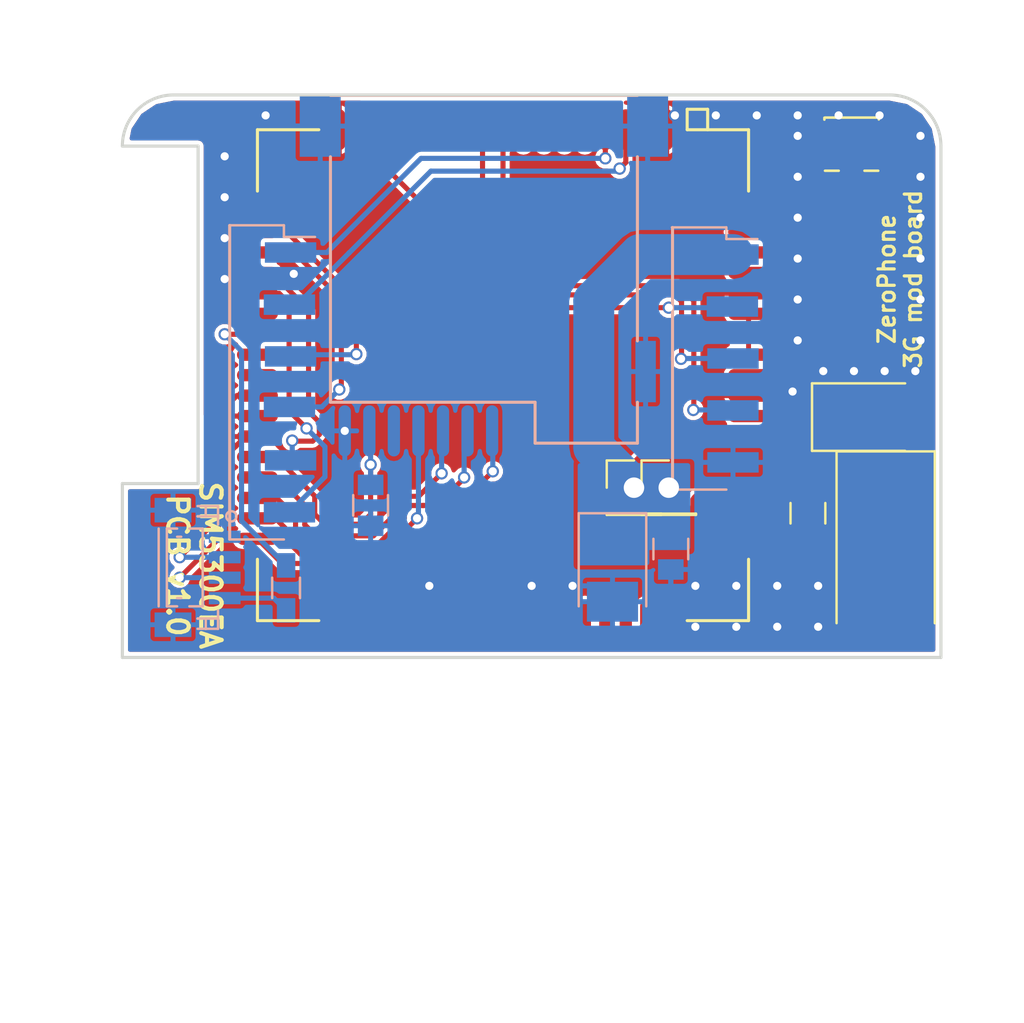
<source format=kicad_pcb>
(kicad_pcb (version 4) (host pcbnew 4.0.7)

  (general
    (links 66)
    (no_connects 1)
    (area 119.924999 74.924999 160.075001 102.575001)
    (thickness 1.6)
    (drawings 11)
    (tracks 294)
    (zones 0)
    (modules 18)
    (nets 23)
  )

  (page A4)
  (layers
    (0 F.Cu signal)
    (31 B.Cu signal)
    (32 B.Adhes user)
    (33 F.Adhes user)
    (34 B.Paste user)
    (35 F.Paste user)
    (36 B.SilkS user)
    (37 F.SilkS user)
    (38 B.Mask user)
    (39 F.Mask user)
    (40 Dwgs.User user)
    (41 Cmts.User user)
    (42 Eco1.User user)
    (43 Eco2.User user)
    (44 Edge.Cuts user)
    (45 Margin user)
    (46 B.CrtYd user)
    (47 F.CrtYd user)
    (48 B.Fab user hide)
    (49 F.Fab user hide)
  )

  (setup
    (last_trace_width 0.25)
    (user_trace_width 0.2)
    (user_trace_width 0.4)
    (user_trace_width 0.6)
    (user_trace_width 0.8)
    (user_trace_width 1)
    (user_trace_width 1.2)
    (user_trace_width 2)
    (trace_clearance 0.2)
    (zone_clearance 0.2)
    (zone_45_only no)
    (trace_min 0.2)
    (segment_width 0.2)
    (edge_width 0.15)
    (via_size 0.6)
    (via_drill 0.4)
    (via_min_size 0.4)
    (via_min_drill 0.3)
    (uvia_size 0.3)
    (uvia_drill 0.1)
    (uvias_allowed no)
    (uvia_min_size 0.2)
    (uvia_min_drill 0.1)
    (pcb_text_width 0.3)
    (pcb_text_size 1.5 1.5)
    (mod_edge_width 0.15)
    (mod_text_size 1 1)
    (mod_text_width 0.15)
    (pad_size 1.2 1.8)
    (pad_drill 0)
    (pad_to_mask_clearance 0.2)
    (aux_axis_origin 164.9476 70.0024)
    (visible_elements 7FFFFF7F)
    (pcbplotparams
      (layerselection 0x010f0_80000001)
      (usegerberextensions true)
      (usegerberattributes true)
      (excludeedgelayer true)
      (linewidth 0.100000)
      (plotframeref false)
      (viasonmask false)
      (mode 1)
      (useauxorigin true)
      (hpglpennumber 1)
      (hpglpenspeed 20)
      (hpglpendiameter 15)
      (hpglpenoverlay 2)
      (psnegative false)
      (psa4output false)
      (plotreference true)
      (plotvalue true)
      (plotinvisibletext false)
      (padsonsilk false)
      (subtractmaskfromsilk false)
      (outputformat 1)
      (mirror false)
      (drillshape 0)
      (scaleselection 1)
      (outputdirectory gerbers/))
  )

  (net 0 "")
  (net 1 GND)
  (net 2 VDD)
  (net 3 "Net-(C10-Pad1)")
  (net 4 RESET)
  (net 5 RXD)
  (net 6 TXD)
  (net 7 RING)
  (net 8 DTR)
  (net 9 MIC+)
  (net 10 MIC-)
  (net 11 SPK+)
  (net 12 SPK-)
  (net 13 "Net-(R1-Pad1)")
  (net 14 /MAIN_ANT)
  (net 15 /D-)
  (net 16 /D+)
  (net 17 "Net-(C6-Pad1)")
  (net 18 "Net-(J2-Pad4)")
  (net 19 "Net-(J2-Pad5)")
  (net 20 "Net-(J2-Pad6)")
  (net 21 "Net-(J3-Pad4)")
  (net 22 "Net-(J2-Pad7)")

  (net_class Default "This is the default net class."
    (clearance 0.2)
    (trace_width 0.25)
    (via_dia 0.6)
    (via_drill 0.4)
    (uvia_dia 0.3)
    (uvia_drill 0.1)
    (add_net /D+)
    (add_net /D-)
    (add_net /MAIN_ANT)
    (add_net DTR)
    (add_net GND)
    (add_net MIC+)
    (add_net MIC-)
    (add_net "Net-(C10-Pad1)")
    (add_net "Net-(C6-Pad1)")
    (add_net "Net-(J2-Pad4)")
    (add_net "Net-(J2-Pad5)")
    (add_net "Net-(J2-Pad6)")
    (add_net "Net-(J2-Pad7)")
    (add_net "Net-(J3-Pad4)")
    (add_net "Net-(R1-Pad1)")
    (add_net RESET)
    (add_net RING)
    (add_net RXD)
    (add_net SPK+)
    (add_net SPK-)
    (add_net TXD)
    (add_net VDD)
  )

  (module Capacitors_Tantalum_SMD:CP_Tantalum_Case-D_EIA-7343-31_Reflow (layer F.Cu) (tedit 5AA2A260) (tstamp 5AA299E5)
    (at 157.3 97.175 270)
    (descr "Tantalum capacitor, Case D, EIA 7343-31, 7.3x4.3x2.8mm, Reflow soldering footprint")
    (tags "capacitor tantalum smd")
    (path /596243F8)
    (attr smd)
    (fp_text reference C3 (at 0 -3.9 270) (layer F.SilkS) hide
      (effects (font (size 1 1) (thickness 0.15)))
    )
    (fp_text value 100uF (at 0 3.9 270) (layer F.Fab) hide
      (effects (font (size 1 1) (thickness 0.15)))
    )
    (fp_text user %R (at 0 0 270) (layer F.Fab) hide
      (effects (font (size 1 1) (thickness 0.15)))
    )
    (fp_line (start -4.85 -2.5) (end -4.85 2.5) (layer F.CrtYd) (width 0.05))
    (fp_line (start -4.85 2.5) (end 4.85 2.5) (layer F.CrtYd) (width 0.05))
    (fp_line (start 4.85 2.5) (end 4.85 -2.5) (layer F.CrtYd) (width 0.05))
    (fp_line (start 4.85 -2.5) (end -4.85 -2.5) (layer F.CrtYd) (width 0.05))
    (fp_line (start -3.65 -2.15) (end -3.65 2.15) (layer F.Fab) (width 0.1))
    (fp_line (start -3.65 2.15) (end 3.65 2.15) (layer F.Fab) (width 0.1))
    (fp_line (start 3.65 2.15) (end 3.65 -2.15) (layer F.Fab) (width 0.1))
    (fp_line (start 3.65 -2.15) (end -3.65 -2.15) (layer F.Fab) (width 0.1))
    (fp_line (start -2.92 -2.15) (end -2.92 2.15) (layer F.Fab) (width 0.1))
    (fp_line (start -2.555 -2.15) (end -2.555 2.15) (layer F.Fab) (width 0.1))
    (fp_line (start -4.75 -2.4) (end 3.65 -2.4) (layer F.SilkS) (width 0.12))
    (fp_line (start -4.75 2.4) (end 3.65 2.4) (layer F.SilkS) (width 0.12))
    (fp_line (start -4.75 -2.4) (end -4.75 2.4) (layer F.SilkS) (width 0.12))
    (pad 1 smd rect (at -3.175 0 270) (size 2.55 2.7) (layers F.Cu F.Paste F.Mask)
      (net 2 VDD))
    (pad 2 smd rect (at 3.175 0 270) (size 2.55 2.7) (layers F.Cu F.Paste F.Mask)
      (net 1 GND))
    (model Capacitors_Tantalum_SMD.3dshapes/CP_Tantalum_Case-D_EIA-7343-31.wrl
      (at (xyz 0 0 0))
      (scale (xyz 1 1 1))
      (rotate (xyz 0 0 0))
    )
  )

  (module Capacitors_SMD:C_0805 (layer F.Cu) (tedit 5AA2A271) (tstamp 5AA299F8)
    (at 153.5 95.45 270)
    (descr "Capacitor SMD 0805, reflow soldering, AVX (see smccp.pdf)")
    (tags "capacitor 0805")
    (path /5962441B)
    (attr smd)
    (fp_text reference C4 (at 0 -1.5 270) (layer F.SilkS) hide
      (effects (font (size 1 1) (thickness 0.15)))
    )
    (fp_text value 100nF (at 0 1.75 270) (layer F.Fab) hide
      (effects (font (size 1 1) (thickness 0.15)))
    )
    (fp_text user %R (at 0 -1.5 270) (layer F.Fab) hide
      (effects (font (size 1 1) (thickness 0.15)))
    )
    (fp_line (start -1 0.62) (end -1 -0.62) (layer F.Fab) (width 0.1))
    (fp_line (start 1 0.62) (end -1 0.62) (layer F.Fab) (width 0.1))
    (fp_line (start 1 -0.62) (end 1 0.62) (layer F.Fab) (width 0.1))
    (fp_line (start -1 -0.62) (end 1 -0.62) (layer F.Fab) (width 0.1))
    (fp_line (start 0.5 -0.85) (end -0.5 -0.85) (layer F.SilkS) (width 0.12))
    (fp_line (start -0.5 0.85) (end 0.5 0.85) (layer F.SilkS) (width 0.12))
    (fp_line (start -1.75 -0.88) (end 1.75 -0.88) (layer F.CrtYd) (width 0.05))
    (fp_line (start -1.75 -0.88) (end -1.75 0.87) (layer F.CrtYd) (width 0.05))
    (fp_line (start 1.75 0.87) (end 1.75 -0.88) (layer F.CrtYd) (width 0.05))
    (fp_line (start 1.75 0.87) (end -1.75 0.87) (layer F.CrtYd) (width 0.05))
    (pad 1 smd rect (at -1 0 270) (size 1 1.25) (layers F.Cu F.Paste F.Mask)
      (net 2 VDD))
    (pad 2 smd rect (at 1 0 270) (size 1 1.25) (layers F.Cu F.Paste F.Mask)
      (net 1 GND))
    (model Capacitors_SMD.3dshapes/C_0805.wrl
      (at (xyz 0 0 0))
      (scale (xyz 1 1 1))
      (rotate (xyz 0 0 0))
    )
  )

  (module Capacitors_SMD:C_0402_NoSilk (layer F.Cu) (tedit 5AA15B04) (tstamp 59AA0D2E)
    (at 155.066 84.9 180)
    (descr "Capacitor SMD 0402, reflow soldering, AVX (see smccp.pdf)")
    (tags "capacitor 0402")
    (path /5962AB64)
    (zone_connect 2)
    (attr smd)
    (fp_text reference C8 (at 0 -1.27 180) (layer F.SilkS) hide
      (effects (font (size 1 1) (thickness 0.15)))
    )
    (fp_text value NC (at 0 1.27 180) (layer F.Fab) hide
      (effects (font (size 1 1) (thickness 0.15)))
    )
    (fp_text user %R (at 0 -1.27 180) (layer F.Fab) hide
      (effects (font (size 1 1) (thickness 0.15)))
    )
    (fp_line (start -0.5 0.25) (end -0.5 -0.25) (layer F.Fab) (width 0.1))
    (fp_line (start 0.5 0.25) (end -0.5 0.25) (layer F.Fab) (width 0.1))
    (fp_line (start 0.5 -0.25) (end 0.5 0.25) (layer F.Fab) (width 0.1))
    (fp_line (start -0.5 -0.25) (end 0.5 -0.25) (layer F.Fab) (width 0.1))
    (fp_line (start -1 -0.4) (end 1 -0.4) (layer F.CrtYd) (width 0.05))
    (fp_line (start -1 -0.4) (end -1 0.4) (layer F.CrtYd) (width 0.05))
    (fp_line (start 1 0.4) (end 1 -0.4) (layer F.CrtYd) (width 0.05))
    (fp_line (start 1 0.4) (end -1 0.4) (layer F.CrtYd) (width 0.05))
    (pad 1 smd rect (at -0.55 0 180) (size 0.6 0.5) (layers F.Cu F.Paste F.Mask)
      (net 14 /MAIN_ANT) (zone_connect 2))
    (pad 2 smd rect (at 0.55 0 180) (size 0.6 0.5) (layers F.Cu F.Paste F.Mask)
      (net 1 GND) (zone_connect 2))
    (model Capacitors_SMD.3dshapes/C_0402.wrl
      (at (xyz 0 0 0))
      (scale (xyz 1 1 1))
      (rotate (xyz 0 0 0))
    )
  )

  (module Capacitors_SMD:C_0402_NoSilk (layer F.Cu) (tedit 5AA15B02) (tstamp 59AA0D3A)
    (at 155 82.2076 180)
    (descr "Capacitor SMD 0402, reflow soldering, AVX (see smccp.pdf)")
    (tags "capacitor 0402")
    (path /5962AB5E)
    (zone_connect 2)
    (attr smd)
    (fp_text reference C10 (at 0 -1.27 180) (layer F.SilkS) hide
      (effects (font (size 1 1) (thickness 0.15)))
    )
    (fp_text value NC (at 0 1.27 180) (layer F.Fab) hide
      (effects (font (size 1 1) (thickness 0.15)))
    )
    (fp_text user %R (at 0 -1.27 180) (layer F.Fab) hide
      (effects (font (size 1 1) (thickness 0.15)))
    )
    (fp_line (start -0.5 0.25) (end -0.5 -0.25) (layer F.Fab) (width 0.1))
    (fp_line (start 0.5 0.25) (end -0.5 0.25) (layer F.Fab) (width 0.1))
    (fp_line (start 0.5 -0.25) (end 0.5 0.25) (layer F.Fab) (width 0.1))
    (fp_line (start -0.5 -0.25) (end 0.5 -0.25) (layer F.Fab) (width 0.1))
    (fp_line (start -1 -0.4) (end 1 -0.4) (layer F.CrtYd) (width 0.05))
    (fp_line (start -1 -0.4) (end -1 0.4) (layer F.CrtYd) (width 0.05))
    (fp_line (start 1 0.4) (end 1 -0.4) (layer F.CrtYd) (width 0.05))
    (fp_line (start 1 0.4) (end -1 0.4) (layer F.CrtYd) (width 0.05))
    (pad 1 smd rect (at -0.55 0 180) (size 0.6 0.5) (layers F.Cu F.Paste F.Mask)
      (net 3 "Net-(C10-Pad1)") (zone_connect 2))
    (pad 2 smd rect (at 0.55 0 180) (size 0.6 0.5) (layers F.Cu F.Paste F.Mask)
      (net 1 GND) (zone_connect 2))
    (model Capacitors_SMD.3dshapes/C_0402.wrl
      (at (xyz 0 0 0))
      (scale (xyz 1 1 1))
      (rotate (xyz 0 0 0))
    )
  )

  (module Resistors_SMD:R_0603_HandSoldering (layer B.Cu) (tedit 5AA2AB05) (tstamp 59AA0D99)
    (at 128 99.1 270)
    (descr "Resistor SMD 0603, hand soldering")
    (tags "resistor 0603")
    (path /59638E43)
    (attr smd)
    (fp_text reference R1 (at 0 1.45 270) (layer B.SilkS) hide
      (effects (font (size 1 1) (thickness 0.15)) (justify mirror))
    )
    (fp_text value 22R (at 0 -1.55 270) (layer B.Fab) hide
      (effects (font (size 1 1) (thickness 0.15)) (justify mirror))
    )
    (fp_text user %R (at 0 0 270) (layer B.Fab)
      (effects (font (size 0.4 0.4) (thickness 0.075)) (justify mirror))
    )
    (fp_line (start -0.8 -0.4) (end -0.8 0.4) (layer B.Fab) (width 0.1))
    (fp_line (start 0.8 -0.4) (end -0.8 -0.4) (layer B.Fab) (width 0.1))
    (fp_line (start 0.8 0.4) (end 0.8 -0.4) (layer B.Fab) (width 0.1))
    (fp_line (start -0.8 0.4) (end 0.8 0.4) (layer B.Fab) (width 0.1))
    (fp_line (start 0.5 -0.68) (end -0.5 -0.68) (layer B.SilkS) (width 0.12))
    (fp_line (start -0.5 0.68) (end 0.5 0.68) (layer B.SilkS) (width 0.12))
    (fp_line (start -1.96 0.7) (end 1.95 0.7) (layer B.CrtYd) (width 0.05))
    (fp_line (start -1.96 0.7) (end -1.96 -0.7) (layer B.CrtYd) (width 0.05))
    (fp_line (start 1.95 -0.7) (end 1.95 0.7) (layer B.CrtYd) (width 0.05))
    (fp_line (start 1.95 -0.7) (end -1.96 -0.7) (layer B.CrtYd) (width 0.05))
    (pad 1 smd rect (at -1.1 0 270) (size 1.2 0.9) (layers B.Cu B.Paste B.Mask)
      (net 13 "Net-(R1-Pad1)"))
    (pad 2 smd rect (at 1.1 0 270) (size 1.2 0.9) (layers B.Cu B.Paste B.Mask)
      (net 21 "Net-(J3-Pad4)"))
    (model ${KISYS3DMOD}/Resistors_SMD.3dshapes/R_0603.wrl
      (at (xyz 0 0 0))
      (scale (xyz 1 1 1))
      (rotate (xyz 0 0 0))
    )
  )

  (module Resistors_SMD:R_0402_NoSilk (layer F.Cu) (tedit 5AA15AFD) (tstamp 59AA0DB7)
    (at 155.6 83.55 270)
    (descr "Resistor SMD 0402, reflow soldering, Vishay (see dcrcw.pdf)")
    (tags "resistor 0402")
    (path /5962AB6A)
    (attr smd)
    (fp_text reference R6 (at 0 -1.2 270) (layer F.SilkS) hide
      (effects (font (size 1 1) (thickness 0.15)))
    )
    (fp_text value 0R (at 0 1.25 270) (layer F.Fab) hide
      (effects (font (size 1 1) (thickness 0.15)))
    )
    (fp_text user %R (at 0 -1.2 270) (layer F.Fab) hide
      (effects (font (size 1 1) (thickness 0.15)))
    )
    (fp_line (start -0.5 0.25) (end -0.5 -0.25) (layer F.Fab) (width 0.1))
    (fp_line (start 0.5 0.25) (end -0.5 0.25) (layer F.Fab) (width 0.1))
    (fp_line (start 0.5 -0.25) (end 0.5 0.25) (layer F.Fab) (width 0.1))
    (fp_line (start -0.5 -0.25) (end 0.5 -0.25) (layer F.Fab) (width 0.1))
    (fp_line (start -0.8 -0.45) (end 0.8 -0.45) (layer F.CrtYd) (width 0.05))
    (fp_line (start -0.8 -0.45) (end -0.8 0.45) (layer F.CrtYd) (width 0.05))
    (fp_line (start 0.8 0.45) (end 0.8 -0.45) (layer F.CrtYd) (width 0.05))
    (fp_line (start 0.8 0.45) (end -0.8 0.45) (layer F.CrtYd) (width 0.05))
    (pad 1 smd rect (at -0.45 0 270) (size 0.4 0.6) (layers F.Cu F.Paste F.Mask)
      (net 3 "Net-(C10-Pad1)"))
    (pad 2 smd rect (at 0.45 0 270) (size 0.4 0.6) (layers F.Cu F.Paste F.Mask)
      (net 14 /MAIN_ANT))
    (model ${KISYS3DMOD}/Resistors_SMD.3dshapes/R_0402.wrl
      (at (xyz 0 0 0))
      (scale (xyz 1 1 1))
      (rotate (xyz 0 0 0))
    )
  )

  (module "footprints:HRS_U.FL-R-SMT(01)" (layer F.Cu) (tedit 59AA24CA) (tstamp 59AA2608)
    (at 155.6344 77.4056)
    (path /5962AB58)
    (zone_connect 2)
    (attr smd)
    (fp_text reference J9 (at -0.260048 -2.23541) (layer F.SilkS) hide
      (effects (font (size 1.00018 1.00018) (thickness 0.05)))
    )
    (fp_text value CONN_COAXIAL (at -0.025005 3.16561) (layer F.SilkS) hide
      (effects (font (size 1.00019 1.00019) (thickness 0.05)))
    )
    (fp_line (start -1.3 -1.3) (end 1.3 -1.3) (layer F.SilkS) (width 0.127))
    (fp_line (start -1.33 -1.2) (end -1.33 -1.29) (layer F.SilkS) (width 0.127))
    (fp_line (start 1.33 -1.21) (end 1.33 -1.3) (layer F.SilkS) (width 0.127))
    (fp_line (start -0.63 1.3) (end -1.3 1.3) (layer F.SilkS) (width 0.127))
    (fp_line (start 1.3 1.3) (end 0.63 1.3) (layer F.SilkS) (width 0.127))
    (fp_line (start 0.61 1.3) (end -0.63 1.3) (layer Dwgs.User) (width 0.127))
    (fp_line (start -1.31 1.3) (end -1.33 1.3) (layer Dwgs.User) (width 0.127))
    (fp_line (start -1.33 1.3) (end -1.33 -1.17) (layer Dwgs.User) (width 0.127))
    (fp_line (start 1.33 -1.21) (end 1.33 1.3) (layer Dwgs.User) (width 0.127))
    (fp_circle (center 0.01 -0.01) (end 0.342412 -0.01) (layer Dwgs.User) (width 0.127))
    (fp_circle (center 0 -0.01) (end 0.551541 -0.01) (layer Dwgs.User) (width 0.127))
    (fp_line (start 1.38 -0.88) (end 1.57 -0.88) (layer Dwgs.User) (width 0.127))
    (fp_line (start 1.57 -0.88) (end 1.57 0.9) (layer Dwgs.User) (width 0.127))
    (fp_line (start 1.57 0.9) (end 1.34 0.9) (layer Dwgs.User) (width 0.127))
    (fp_line (start 1.34 0.9) (end 1.34 0.91) (layer Dwgs.User) (width 0.127))
    (fp_line (start -1.56 -0.88) (end -1.56 0.9) (layer Dwgs.User) (width 0.127))
    (fp_line (start -1.57 -0.87) (end -1.33 -0.87) (layer Dwgs.User) (width 0.127))
    (fp_line (start -1.33 -0.87) (end -1.33 -0.88) (layer Dwgs.User) (width 0.127))
    (fp_line (start -1.57 0.89) (end -1.33 0.89) (layer Dwgs.User) (width 0.127))
    (fp_line (start -1.33 0.89) (end -1.33 0.9) (layer Dwgs.User) (width 0.127))
    (fp_line (start -2.3 -1.6) (end -2.3 2.4) (layer Dwgs.User) (width 0.127))
    (fp_line (start -2.3 2.4) (end 2.3 2.4) (layer Dwgs.User) (width 0.127))
    (fp_line (start 2.3 2.4) (end 2.3 -1.6) (layer Dwgs.User) (width 0.127))
    (fp_line (start 2.3 -1.6) (end -2.3 -1.6) (layer Dwgs.User) (width 0.127))
    (pad 2 smd rect (at -1.475 0) (size 1.1 2.25) (layers F.Cu F.Paste F.Mask)
      (net 1 GND) (zone_connect 2))
    (pad 2 smd rect (at 1.475 0) (size 1.1 2.25) (layers F.Cu F.Paste F.Mask)
      (net 1 GND) (zone_connect 2))
    (pad 1 smd rect (at 0 1.55) (size 1.05 1.1) (layers F.Cu F.Paste F.Mask)
      (net 3 "Net-(C10-Pad1)") (zone_connect 2))
    (model ${KIPRJMOD}/libs/U.FL/U-FL_CON.wrl
      (at (xyz 0 0 0))
      (scale (xyz 1 1 1))
      (rotate (xyz 0 0 0))
    )
  )

  (module Capacitors_Tantalum_SMD:CP_Tantalum_Case-B_EIA-3528-21_Reflow (layer F.Cu) (tedit 5AA2A275) (tstamp 5AA291B5)
    (at 156.5 90.75)
    (descr "Tantalum capacitor, Case B, EIA 3528-21, 3.5x2.8x1.9mm, Reflow soldering footprint")
    (tags "capacitor tantalum smd")
    (path /5AA294BC)
    (attr smd)
    (fp_text reference C11 (at 0 -3.15) (layer F.SilkS) hide
      (effects (font (size 1 1) (thickness 0.15)))
    )
    (fp_text value 10nF (at 0 3.15) (layer F.Fab) hide
      (effects (font (size 1 1) (thickness 0.15)))
    )
    (fp_text user %R (at 0 0) (layer F.Fab) hide
      (effects (font (size 0.8 0.8) (thickness 0.12)))
    )
    (fp_line (start -2.85 -1.75) (end -2.85 1.75) (layer F.CrtYd) (width 0.05))
    (fp_line (start -2.85 1.75) (end 2.85 1.75) (layer F.CrtYd) (width 0.05))
    (fp_line (start 2.85 1.75) (end 2.85 -1.75) (layer F.CrtYd) (width 0.05))
    (fp_line (start 2.85 -1.75) (end -2.85 -1.75) (layer F.CrtYd) (width 0.05))
    (fp_line (start -1.75 -1.4) (end -1.75 1.4) (layer F.Fab) (width 0.1))
    (fp_line (start -1.75 1.4) (end 1.75 1.4) (layer F.Fab) (width 0.1))
    (fp_line (start 1.75 1.4) (end 1.75 -1.4) (layer F.Fab) (width 0.1))
    (fp_line (start 1.75 -1.4) (end -1.75 -1.4) (layer F.Fab) (width 0.1))
    (fp_line (start -1.4 -1.4) (end -1.4 1.4) (layer F.Fab) (width 0.1))
    (fp_line (start -1.225 -1.4) (end -1.225 1.4) (layer F.Fab) (width 0.1))
    (fp_line (start -2.8 -1.65) (end 1.75 -1.65) (layer F.SilkS) (width 0.12))
    (fp_line (start -2.8 1.65) (end 1.75 1.65) (layer F.SilkS) (width 0.12))
    (fp_line (start -2.8 -1.65) (end -2.8 1.65) (layer F.SilkS) (width 0.12))
    (pad 1 smd rect (at -1.525 0) (size 1.95 2.5) (layers F.Cu F.Paste F.Mask)
      (net 2 VDD))
    (pad 2 smd rect (at 1.525 0) (size 1.95 2.5) (layers F.Cu F.Paste F.Mask)
      (net 1 GND))
    (model Capacitors_Tantalum_SMD.3dshapes/CP_Tantalum_Case-B_EIA-3528-21.wrl
      (at (xyz 0 0 0))
      (scale (xyz 1 1 1))
      (rotate (xyz 0 0 0))
    )
  )

  (module Capacitors_Tantalum_SMD:CP_Tantalum_Case-B_EIA-3528-21_Reflow (layer B.Cu) (tedit 5AA2A27C) (tstamp 5AA291C9)
    (at 143.95 98.25 270)
    (descr "Tantalum capacitor, Case B, EIA 3528-21, 3.5x2.8x1.9mm, Reflow soldering footprint")
    (tags "capacitor tantalum smd")
    (path /5AA29E77)
    (attr smd)
    (fp_text reference C12 (at 0 3.15 270) (layer B.SilkS) hide
      (effects (font (size 1 1) (thickness 0.15)) (justify mirror))
    )
    (fp_text value 10nF (at 0 -3.15 270) (layer B.Fab) hide
      (effects (font (size 1 1) (thickness 0.15)) (justify mirror))
    )
    (fp_text user %R (at 0 0 270) (layer B.Fab) hide
      (effects (font (size 0.8 0.8) (thickness 0.12)) (justify mirror))
    )
    (fp_line (start -2.85 1.75) (end -2.85 -1.75) (layer B.CrtYd) (width 0.05))
    (fp_line (start -2.85 -1.75) (end 2.85 -1.75) (layer B.CrtYd) (width 0.05))
    (fp_line (start 2.85 -1.75) (end 2.85 1.75) (layer B.CrtYd) (width 0.05))
    (fp_line (start 2.85 1.75) (end -2.85 1.75) (layer B.CrtYd) (width 0.05))
    (fp_line (start -1.75 1.4) (end -1.75 -1.4) (layer B.Fab) (width 0.1))
    (fp_line (start -1.75 -1.4) (end 1.75 -1.4) (layer B.Fab) (width 0.1))
    (fp_line (start 1.75 -1.4) (end 1.75 1.4) (layer B.Fab) (width 0.1))
    (fp_line (start 1.75 1.4) (end -1.75 1.4) (layer B.Fab) (width 0.1))
    (fp_line (start -1.4 1.4) (end -1.4 -1.4) (layer B.Fab) (width 0.1))
    (fp_line (start -1.225 1.4) (end -1.225 -1.4) (layer B.Fab) (width 0.1))
    (fp_line (start -2.8 1.65) (end 1.75 1.65) (layer B.SilkS) (width 0.12))
    (fp_line (start -2.8 -1.65) (end 1.75 -1.65) (layer B.SilkS) (width 0.12))
    (fp_line (start -2.8 1.65) (end -2.8 -1.65) (layer B.SilkS) (width 0.12))
    (pad 1 smd rect (at -1.525 0 270) (size 1.95 2.5) (layers B.Cu B.Paste B.Mask)
      (net 2 VDD))
    (pad 2 smd rect (at 1.525 0 270) (size 1.95 2.5) (layers B.Cu B.Paste B.Mask)
      (net 1 GND))
    (model Capacitors_Tantalum_SMD.3dshapes/CP_Tantalum_Case-B_EIA-3528-21.wrl
      (at (xyz 0 0 0))
      (scale (xyz 1 1 1))
      (rotate (xyz 0 0 0))
    )
  )

  (module Pin_Headers:Pin_Header_Straight_1x01_Pitch2.54mm (layer F.Cu) (tedit 5AA2A879) (tstamp 5AA29E7B)
    (at 146.7 94.2)
    (descr "Through hole straight pin header, 1x01, 2.54mm pitch, single row")
    (tags "Through hole pin header THT 1x01 2.54mm single row")
    (path /5AA29E84)
    (fp_text reference TP3 (at 0 -2.33) (layer F.SilkS) hide
      (effects (font (size 1 1) (thickness 0.15)))
    )
    (fp_text value TEST (at 0 2.33) (layer F.Fab) hide
      (effects (font (size 1 1) (thickness 0.15)))
    )
    (fp_line (start -0.635 -1.27) (end 1.27 -1.27) (layer F.Fab) (width 0.1))
    (fp_line (start 1.27 -1.27) (end 1.27 1.27) (layer F.Fab) (width 0.1))
    (fp_line (start 1.27 1.27) (end -1.27 1.27) (layer F.Fab) (width 0.1))
    (fp_line (start -1.27 1.27) (end -1.27 -0.635) (layer F.Fab) (width 0.1))
    (fp_line (start -1.27 -0.635) (end -0.635 -1.27) (layer F.Fab) (width 0.1))
    (fp_line (start -1.33 1.33) (end 1.33 1.33) (layer F.SilkS) (width 0.12))
    (fp_line (start -1.33 1.27) (end -1.33 1.33) (layer F.SilkS) (width 0.12))
    (fp_line (start 1.33 1.27) (end 1.33 1.33) (layer F.SilkS) (width 0.12))
    (fp_line (start -1.33 1.27) (end 1.33 1.27) (layer F.SilkS) (width 0.12))
    (fp_line (start -1.33 0) (end -1.33 -1.33) (layer F.SilkS) (width 0.12))
    (fp_line (start -1.33 -1.33) (end 0 -1.33) (layer F.SilkS) (width 0.12))
    (fp_line (start -1.8 -1.8) (end -1.8 1.8) (layer F.CrtYd) (width 0.05))
    (fp_line (start -1.8 1.8) (end 1.8 1.8) (layer F.CrtYd) (width 0.05))
    (fp_line (start 1.8 1.8) (end 1.8 -1.8) (layer F.CrtYd) (width 0.05))
    (fp_line (start 1.8 -1.8) (end -1.8 -1.8) (layer F.CrtYd) (width 0.05))
    (fp_text user %R (at 0 0 90) (layer F.Fab)
      (effects (font (size 1 1) (thickness 0.15)))
    )
    (pad 1 thru_hole rect (at 0 0) (size 1.7 1.7) (drill 1) (layers *.Cu)
      (net 2 VDD))
  )

  (module Pin_Headers:Pin_Header_Straight_1x01_Pitch2.54mm (layer F.Cu) (tedit 5AA2A86F) (tstamp 5AA29E90)
    (at 145 94.2)
    (descr "Through hole straight pin header, 1x01, 2.54mm pitch, single row")
    (tags "Through hole pin header THT 1x01 2.54mm single row")
    (path /5AA29F4F)
    (fp_text reference TP4 (at 0 -2.33) (layer F.SilkS) hide
      (effects (font (size 1 1) (thickness 0.15)))
    )
    (fp_text value TEST (at 0 2.33) (layer F.Fab) hide
      (effects (font (size 1 1) (thickness 0.15)))
    )
    (fp_line (start -0.635 -1.27) (end 1.27 -1.27) (layer F.Fab) (width 0.1))
    (fp_line (start 1.27 -1.27) (end 1.27 1.27) (layer F.Fab) (width 0.1))
    (fp_line (start 1.27 1.27) (end -1.27 1.27) (layer F.Fab) (width 0.1))
    (fp_line (start -1.27 1.27) (end -1.27 -0.635) (layer F.Fab) (width 0.1))
    (fp_line (start -1.27 -0.635) (end -0.635 -1.27) (layer F.Fab) (width 0.1))
    (fp_line (start -1.33 1.33) (end 1.33 1.33) (layer F.SilkS) (width 0.12))
    (fp_line (start -1.33 1.27) (end -1.33 1.33) (layer F.SilkS) (width 0.12))
    (fp_line (start 1.33 1.27) (end 1.33 1.33) (layer F.SilkS) (width 0.12))
    (fp_line (start -1.33 1.27) (end 1.33 1.27) (layer F.SilkS) (width 0.12))
    (fp_line (start -1.33 0) (end -1.33 -1.33) (layer F.SilkS) (width 0.12))
    (fp_line (start -1.33 -1.33) (end 0 -1.33) (layer F.SilkS) (width 0.12))
    (fp_line (start -1.8 -1.8) (end -1.8 1.8) (layer F.CrtYd) (width 0.05))
    (fp_line (start -1.8 1.8) (end 1.8 1.8) (layer F.CrtYd) (width 0.05))
    (fp_line (start 1.8 1.8) (end 1.8 -1.8) (layer F.CrtYd) (width 0.05))
    (fp_line (start 1.8 -1.8) (end -1.8 -1.8) (layer F.CrtYd) (width 0.05))
    (fp_text user %R (at 0 0 90) (layer F.Fab) hide
      (effects (font (size 1 1) (thickness 0.15)))
    )
    (pad 1 thru_hole rect (at 0 0) (size 1.7 1.7) (drill 1) (layers *.Cu)
      (net 2 VDD))
  )

  (module Capacitors_SMD:C_0805 (layer B.Cu) (tedit 5AA6CC01) (tstamp 5AA6C25B)
    (at 132.1308 95.0628 270)
    (descr "Capacitor SMD 0805, reflow soldering, AVX (see smccp.pdf)")
    (tags "capacitor 0805")
    (path /5AA6CFF3)
    (attr smd)
    (fp_text reference C6 (at 0 1.5 270) (layer B.SilkS) hide
      (effects (font (size 1 1) (thickness 0.15)) (justify mirror))
    )
    (fp_text value 100nF (at 0 -1.75 270) (layer B.Fab)
      (effects (font (size 1 1) (thickness 0.15)) (justify mirror))
    )
    (fp_text user %R (at 0 1.5 270) (layer B.Fab)
      (effects (font (size 1 1) (thickness 0.15)) (justify mirror))
    )
    (fp_line (start -1 -0.62) (end -1 0.62) (layer B.Fab) (width 0.1))
    (fp_line (start 1 -0.62) (end -1 -0.62) (layer B.Fab) (width 0.1))
    (fp_line (start 1 0.62) (end 1 -0.62) (layer B.Fab) (width 0.1))
    (fp_line (start -1 0.62) (end 1 0.62) (layer B.Fab) (width 0.1))
    (fp_line (start 0.5 0.85) (end -0.5 0.85) (layer B.SilkS) (width 0.12))
    (fp_line (start -0.5 -0.85) (end 0.5 -0.85) (layer B.SilkS) (width 0.12))
    (fp_line (start -1.75 0.88) (end 1.75 0.88) (layer B.CrtYd) (width 0.05))
    (fp_line (start -1.75 0.88) (end -1.75 -0.87) (layer B.CrtYd) (width 0.05))
    (fp_line (start 1.75 -0.87) (end 1.75 0.88) (layer B.CrtYd) (width 0.05))
    (fp_line (start 1.75 -0.87) (end -1.75 -0.87) (layer B.CrtYd) (width 0.05))
    (pad 1 smd rect (at -1 0 270) (size 1 1.25) (layers B.Cu B.Paste B.Mask)
      (net 17 "Net-(C6-Pad1)"))
    (pad 2 smd rect (at 1 0 270) (size 1 1.25) (layers B.Cu B.Paste B.Mask)
      (net 1 GND))
    (model Capacitors_SMD.3dshapes/C_0805.wrl
      (at (xyz 0 0 0))
      (scale (xyz 1 1 1))
      (rotate (xyz 0 0 0))
    )
  )

  (module Connectors_JST:JST_SH_BM04B-SRSS-TB_04x1.00mm_Straight (layer B.Cu) (tedit 5AA6CC10) (tstamp 5AA6C9A6)
    (at 123.7375 98.1 270)
    (descr http://www.jst-mfg.com/product/pdf/eng/eSH.pdf)
    (tags "connector jst sh")
    (path /5AA6DC15)
    (attr smd)
    (fp_text reference J3 (at -1.5 3.5 270) (layer B.SilkS) hide
      (effects (font (size 1 1) (thickness 0.15)) (justify mirror))
    )
    (fp_text value Conn_01x05 (at 0 -3.5 270) (layer B.Fab)
      (effects (font (size 1 1) (thickness 0.15)) (justify mirror))
    )
    (fp_circle (center -2.5 -1.5875) (end -2.25 -1.5875) (layer B.SilkS) (width 0.12))
    (fp_line (start -1.9 1.9625) (end 1.9 1.9625) (layer B.SilkS) (width 0.12))
    (fp_line (start -3 0.0625) (end -3 -0.9375) (layer B.SilkS) (width 0.12))
    (fp_line (start -3 -0.9375) (end -2.1 -0.9375) (layer B.SilkS) (width 0.12))
    (fp_line (start -2.5 -0.9375) (end -2.5 0.0625) (layer B.SilkS) (width 0.12))
    (fp_line (start -2.5 0.0625) (end -2.5 0.0625) (layer B.SilkS) (width 0.12))
    (fp_line (start -2.5 0.0625) (end -2.5 -0.9375) (layer B.SilkS) (width 0.12))
    (fp_line (start -2.5 -0.9375) (end -2.5 -0.9375) (layer B.SilkS) (width 0.12))
    (fp_line (start -2.5 -0.3375) (end -2.5 -0.3375) (layer B.SilkS) (width 0.12))
    (fp_line (start -2.5 -0.3375) (end -3 -0.3375) (layer B.SilkS) (width 0.12))
    (fp_line (start -3 -0.3375) (end -3 -0.3375) (layer B.SilkS) (width 0.12))
    (fp_line (start -3 -0.3375) (end -2.5 -0.3375) (layer B.SilkS) (width 0.12))
    (fp_line (start 3 0.0625) (end 3 -0.9375) (layer B.SilkS) (width 0.12))
    (fp_line (start 3 -0.9375) (end 2.1 -0.9375) (layer B.SilkS) (width 0.12))
    (fp_line (start 2.5 -0.9375) (end 2.5 0.0625) (layer B.SilkS) (width 0.12))
    (fp_line (start 2.5 0.0625) (end 2.5 0.0625) (layer B.SilkS) (width 0.12))
    (fp_line (start 2.5 0.0625) (end 2.5 -0.9375) (layer B.SilkS) (width 0.12))
    (fp_line (start 2.5 -0.9375) (end 2.5 -0.9375) (layer B.SilkS) (width 0.12))
    (fp_line (start 2.5 -0.3375) (end 2.5 -0.3375) (layer B.SilkS) (width 0.12))
    (fp_line (start 2.5 -0.3375) (end 3 -0.3375) (layer B.SilkS) (width 0.12))
    (fp_line (start 3 -0.3375) (end 3 -0.3375) (layer B.SilkS) (width 0.12))
    (fp_line (start 3 -0.3375) (end 2.5 -0.3375) (layer B.SilkS) (width 0.12))
    (fp_line (start -1.9 1.0625) (end -1.9 1.5625) (layer B.SilkS) (width 0.12))
    (fp_line (start -1.9 1.5625) (end 1.9 1.5625) (layer B.SilkS) (width 0.12))
    (fp_line (start 1.9 1.5625) (end 1.9 1.0625) (layer B.SilkS) (width 0.12))
    (fp_line (start -1.9 0.4625) (end -1.9 -0.1875) (layer B.SilkS) (width 0.12))
    (fp_line (start -1.9 -0.1875) (end 1.9 -0.1875) (layer B.SilkS) (width 0.12))
    (fp_line (start 1.9 -0.1875) (end 1.9 0.4625) (layer B.SilkS) (width 0.12))
    (fp_line (start -1.5 1.0625) (end -1.5 0.8625) (layer B.SilkS) (width 0.12))
    (fp_line (start -0.5 1.0625) (end -0.5 0.8625) (layer B.SilkS) (width 0.12))
    (fp_line (start 0.5 1.0625) (end 0.5 0.8625) (layer B.SilkS) (width 0.12))
    (fp_line (start 1.5 1.0625) (end 1.5 0.8625) (layer B.SilkS) (width 0.12))
    (fp_line (start -3.9 -2.55) (end -3.9 2.7) (layer B.CrtYd) (width 0.05))
    (fp_line (start -3.9 2.7) (end 3.9 2.7) (layer B.CrtYd) (width 0.05))
    (fp_line (start 3.9 2.7) (end 3.9 -2.55) (layer B.CrtYd) (width 0.05))
    (fp_line (start 3.9 -2.55) (end -3.9 -2.55) (layer B.CrtYd) (width 0.05))
    (pad 1 smd rect (at -1.5 -1.2625 270) (size 0.6 1.55) (layers B.Cu B.Paste B.Mask)
      (net 1 GND))
    (pad 2 smd rect (at -0.5 -1.2625 270) (size 0.6 1.55) (layers B.Cu B.Paste B.Mask)
      (net 16 /D+))
    (pad 3 smd rect (at 0.5 -1.2625 270) (size 0.6 1.55) (layers B.Cu B.Paste B.Mask)
      (net 15 /D-))
    (pad 4 smd rect (at 1.5 -1.2625 270) (size 0.6 1.55) (layers B.Cu B.Paste B.Mask)
      (net 21 "Net-(J3-Pad4)"))
    (pad 5 smd rect (at -2.8 1.2625 270) (size 1.2 1.8) (layers B.Cu B.Paste B.Mask)
      (net 1 GND))
    (pad 5 smd rect (at 2.8 1.2625 270) (size 1.2 1.8) (layers B.Cu B.Paste B.Mask)
      (net 1 GND))
  )

  (module footprints:Pin_Header_Straight_1x05_Pitch2.54mm_SMD (layer B.Cu) (tedit 5AA6C747) (tstamp 5AA6D1F7)
    (at 148.1836 87.884 180)
    (descr "surface-mounted straight pin header, 1x05, 2.54mm pitch, single row, style 1 (pin 1 left)")
    (tags "Surface mounted pin header SMD 1x05 2.54mm single row style1 pin1 left")
    (path /5962F537)
    (attr smd)
    (fp_text reference J1 (at 0 7.41 180) (layer B.SilkS) hide
      (effects (font (size 1 1) (thickness 0.15)) (justify mirror))
    )
    (fp_text value CONN_01X05 (at 0 -7.41 180) (layer B.Fab) hide
      (effects (font (size 1 1) (thickness 0.15)) (justify mirror))
    )
    (fp_line (start 1.3 6.4) (end 1.3 -6.4) (layer B.SilkS) (width 0.15))
    (fp_line (start 1.27 -6.35) (end -1.27 -6.35) (layer B.Fab) (width 0.1))
    (fp_line (start -0.32 6.35) (end 1.27 6.35) (layer B.Fab) (width 0.1))
    (fp_line (start -1.27 -6.35) (end -1.27 5.4) (layer B.Fab) (width 0.1))
    (fp_line (start -1.27 5.4) (end -0.32 6.35) (layer B.Fab) (width 0.1))
    (fp_line (start 1.27 6.35) (end 1.27 -6.35) (layer B.Fab) (width 0.1))
    (fp_line (start -1.27 5.4) (end -2.54 5.4) (layer B.Fab) (width 0.1))
    (fp_line (start -2.54 5.4) (end -2.54 4.76) (layer B.Fab) (width 0.1))
    (fp_line (start -2.54 4.76) (end -1.27 4.76) (layer B.Fab) (width 0.1))
    (fp_line (start -1.27 0.32) (end -2.54 0.32) (layer B.Fab) (width 0.1))
    (fp_line (start -2.54 0.32) (end -2.54 -0.32) (layer B.Fab) (width 0.1))
    (fp_line (start -2.54 -0.32) (end -1.27 -0.32) (layer B.Fab) (width 0.1))
    (fp_line (start -1.27 -4.76) (end -2.54 -4.76) (layer B.Fab) (width 0.1))
    (fp_line (start -2.54 -4.76) (end -2.54 -5.4) (layer B.Fab) (width 0.1))
    (fp_line (start -2.54 -5.4) (end -1.27 -5.4) (layer B.Fab) (width 0.1))
    (fp_line (start -1.33 6.41) (end 1.33 6.41) (layer B.SilkS) (width 0.12))
    (fp_line (start -1.33 -6.41) (end 1.33 -6.41) (layer B.SilkS) (width 0.12))
    (fp_line (start -1.33 5.84) (end -2.85 5.84) (layer B.SilkS) (width 0.12))
    (fp_line (start -1.33 6.41) (end -1.33 5.84) (layer B.SilkS) (width 0.12))
    (fp_line (start -3.4 6.8) (end -3.4 -6.8) (layer B.CrtYd) (width 0.05))
    (fp_line (start -3.4 -6.8) (end 1.4 -6.8) (layer B.CrtYd) (width 0.05))
    (fp_line (start 1.4 -6.8) (end 1.4 6.8) (layer B.CrtYd) (width 0.05))
    (fp_line (start 1.4 6.8) (end -3.4 6.8) (layer B.CrtYd) (width 0.05))
    (fp_text user %R (at 0.3 0 270) (layer B.Fab) hide
      (effects (font (size 1 1) (thickness 0.15)) (justify mirror))
    )
    (pad 1 smd rect (at -1.655 5.08 180) (size 2.51 1) (layers B.Cu B.Paste B.Mask)
      (net 2 VDD))
    (pad 3 smd rect (at -1.655 0 180) (size 2.51 1) (layers B.Cu B.Paste B.Mask)
      (net 5 RXD))
    (pad 5 smd rect (at -1.655 -5.08 180) (size 2.51 1) (layers B.Cu B.Paste B.Mask)
      (net 1 GND))
    (pad 2 smd rect (at -1.6256 2.54 180) (size 2.51 1) (layers B.Cu B.Paste B.Mask)
      (net 4 RESET))
    (pad 4 smd rect (at -1.651 -2.54 180) (size 2.51 1) (layers B.Cu B.Paste B.Mask)
      (net 6 TXD))
    (model ${KISYS3DMOD}/Pin_Headers.3dshapes/Pin_Header_Straight_1x05_Pitch2.54mm_SMD_Pin1Left.wrl
      (at (xyz 0 0 0))
      (scale (xyz 1 1 1))
      (rotate (xyz 0 0 0))
    )
  )

  (module footprints:Pin_Header_Straight_1x06_Pitch2.54mm_SMD (layer B.Cu) (tedit 5AA6C29B) (tstamp 5AA6D217)
    (at 126.5642 89.0524 180)
    (descr "surface-mounted straight pin header, 1x06, 2.54mm pitch, single row, style 1 (pin 1 left)")
    (tags "Surface mounted pin header SMD 1x06 2.54mm single row style1 pin1 left")
    (path /5962CB3E)
    (attr smd)
    (fp_text reference J4 (at 0 8.68 180) (layer B.SilkS) hide
      (effects (font (size 1 1) (thickness 0.15)) (justify mirror))
    )
    (fp_text value CONN_01X06 (at 0 -8.68 180) (layer B.Fab) hide
      (effects (font (size 1 1) (thickness 0.15)) (justify mirror))
    )
    (fp_line (start 1.3208 7.6708) (end 1.3208 -7.6708) (layer B.SilkS) (width 0.15))
    (fp_line (start 1.27 -7.62) (end -1.27 -7.62) (layer B.Fab) (width 0.1))
    (fp_line (start -0.32 7.62) (end 1.27 7.62) (layer B.Fab) (width 0.1))
    (fp_line (start -1.27 -7.62) (end -1.27 6.67) (layer B.Fab) (width 0.1))
    (fp_line (start -1.27 6.67) (end -0.32 7.62) (layer B.Fab) (width 0.1))
    (fp_line (start 1.27 7.62) (end 1.27 -7.62) (layer B.Fab) (width 0.1))
    (fp_line (start -1.27 6.67) (end -2.54 6.67) (layer B.Fab) (width 0.1))
    (fp_line (start -2.54 6.67) (end -2.54 6.03) (layer B.Fab) (width 0.1))
    (fp_line (start -2.54 6.03) (end -1.27 6.03) (layer B.Fab) (width 0.1))
    (fp_line (start -1.27 1.59) (end -2.54 1.59) (layer B.Fab) (width 0.1))
    (fp_line (start -2.54 1.59) (end -2.54 0.95) (layer B.Fab) (width 0.1))
    (fp_line (start -2.54 0.95) (end -1.27 0.95) (layer B.Fab) (width 0.1))
    (fp_line (start -1.27 -3.49) (end -2.54 -3.49) (layer B.Fab) (width 0.1))
    (fp_line (start -2.54 -3.49) (end -2.54 -4.13) (layer B.Fab) (width 0.1))
    (fp_line (start -2.54 -4.13) (end -1.27 -4.13) (layer B.Fab) (width 0.1))
    (fp_line (start -1.33 7.68) (end 1.33 7.68) (layer B.SilkS) (width 0.12))
    (fp_line (start -1.33 -7.68) (end 1.33 -7.68) (layer B.SilkS) (width 0.12))
    (fp_line (start -1.33 7.11) (end -2.85 7.11) (layer B.SilkS) (width 0.12))
    (fp_line (start -1.33 7.68) (end -1.33 7.11) (layer B.SilkS) (width 0.12))
    (fp_line (start -3.4 8.2) (end -3.4 -8.2) (layer B.CrtYd) (width 0.05))
    (fp_line (start -3.4 -8.2) (end 1.6 -8.2) (layer B.CrtYd) (width 0.05))
    (fp_line (start 1.6 -8.2) (end 1.6 8.2) (layer B.CrtYd) (width 0.05))
    (fp_line (start 1.6 8.2) (end -3.4 8.2) (layer B.CrtYd) (width 0.05))
    (fp_text user %R (at 0 0 270) (layer B.Fab) hide
      (effects (font (size 1 1) (thickness 0.15)) (justify mirror))
    )
    (pad 1 smd rect (at -1.655 6.35 180) (size 2.51 1) (layers B.Cu B.Paste B.Mask)
      (net 7 RING))
    (pad 3 smd rect (at -1.655 1.27 180) (size 2.51 1) (layers B.Cu B.Paste B.Mask)
      (net 9 MIC+))
    (pad 5 smd rect (at -1.655 -3.81 180) (size 2.51 1) (layers B.Cu B.Paste B.Mask)
      (net 11 SPK+))
    (pad 2 smd rect (at -1.6 3.8 180) (size 2.51 1) (layers B.Cu B.Paste B.Mask)
      (net 8 DTR))
    (pad 4 smd rect (at -1.6 -1.2 180) (size 2.51 1) (layers B.Cu B.Paste B.Mask)
      (net 10 MIC-))
    (pad 6 smd rect (at -1.6 -6.35 180) (size 2.51 1) (layers B.Cu B.Paste B.Mask)
      (net 12 SPK-))
    (model ${KISYS3DMOD}/Pin_Headers.3dshapes/Pin_Header_Straight_1x06_Pitch2.54mm_SMD_Pin1Left.wrl
      (at (xyz 0 0 0))
      (scale (xyz 1 1 1))
      (rotate (xyz 0 0 0))
    )
  )

  (module footprints:MICROSIM_6P_SMD_HOLDER (layer B.Cu) (tedit 5AAA32D5) (tstamp 5AA6C26A)
    (at 137.668 84.0232 180)
    (path /5AA6C2DE)
    (fp_text reference J2 (at -5.2 -9.2 180) (layer B.SilkS) hide
      (effects (font (size 1 1) (thickness 0.15)) (justify mirror))
    )
    (fp_text value SIM_Card_with_Det (at -0.4 10.2 180) (layer B.Fab)
      (effects (font (size 1 1) (thickness 0.15)) (justify mirror))
    )
    (fp_line (start -9.5 5.5) (end -9.5 9) (layer B.CrtYd) (width 0.15))
    (fp_line (start -8 5.5) (end -9.5 5.5) (layer B.CrtYd) (width 0.15))
    (fp_line (start -8 -2.5) (end -8 5.5) (layer B.CrtYd) (width 0.15))
    (fp_line (start -9 -2.5) (end -8 -2.5) (layer B.CrtYd) (width 0.15))
    (fp_line (start -9 -6.5) (end -9 -2.5) (layer B.CrtYd) (width 0.15))
    (fp_line (start -8 -6.5) (end -9 -6.5) (layer B.CrtYd) (width 0.15))
    (fp_line (start -8 -8.5) (end -8 -6.5) (layer B.CrtYd) (width 0.15))
    (fp_line (start -2 -8.5) (end -8 -8.5) (layer B.CrtYd) (width 0.15))
    (fp_line (start -2 -8.5) (end -2 -9) (layer B.CrtYd) (width 0.15))
    (fp_line (start 7.5 -9) (end -2 -9) (layer B.CrtYd) (width 0.15))
    (fp_line (start 7.5 -6.5) (end 7.5 -9) (layer B.CrtYd) (width 0.15))
    (fp_line (start 8 -6.5) (end 7.5 -6.5) (layer B.CrtYd) (width 0.15))
    (fp_line (start 8 5.5) (end 8 -6.5) (layer B.CrtYd) (width 0.15))
    (fp_line (start 9.5 5.5) (end 8 5.5) (layer B.CrtYd) (width 0.15))
    (fp_line (start 9.5 9) (end 9.5 5.5) (layer B.CrtYd) (width 0.15))
    (fp_line (start -9.5 9) (end 9.5 9) (layer B.CrtYd) (width 0.15))
    (fp_line (start -2.5 -6) (end 7.5 -6) (layer B.SilkS) (width 0.15))
    (fp_line (start -2.5 -8) (end -2.5 -6) (layer B.SilkS) (width 0.15))
    (fp_line (start -7.5 -8) (end -2.5 -8) (layer B.SilkS) (width 0.15))
    (fp_line (start -7.5 -6) (end -7.5 -8) (layer B.SilkS) (width 0.15))
    (fp_line (start -7.5 6) (end -7.5 -3) (layer B.SilkS) (width 0.15))
    (fp_line (start 7.5 6) (end 7.5 -6) (layer B.SilkS) (width 0.15))
    (fp_line (start -7.5 9) (end 7.5 9) (layer B.SilkS) (width 0.15))
    (pad 8 smd rect (at -8 7.5 180) (size 2 3) (layers B.Cu B.Paste B.Mask)
      (net 1 GND))
    (pad 8 smd rect (at 8 7.5 180) (size 2 3) (layers B.Cu B.Paste B.Mask)
      (net 1 GND))
    (pad 8 smd rect (at -7.9 -4.5 180) (size 1 3) (layers B.Cu B.Paste B.Mask)
      (net 1 GND))
    (pad 1 smd oval (at 6.8 -7.4 180) (size 0.6 2.5) (layers B.Cu B.Paste B.Mask)
      (net 1 GND))
    (pad 2 smd oval (at 5.6 -7.4 180) (size 0.6 2.5) (layers B.Cu B.Paste B.Mask)
      (net 17 "Net-(C6-Pad1)"))
    (pad 3 smd oval (at 4.4 -7.4 180) (size 0.6 2.5) (layers B.Cu B.Paste B.Mask))
    (pad 4 smd oval (at 3.2 -7.4 180) (size 0.6 2.5) (layers B.Cu B.Paste B.Mask)
      (net 18 "Net-(J2-Pad4)"))
    (pad 5 smd oval (at 2 -7.4 180) (size 0.6 2.5) (layers B.Cu B.Paste B.Mask)
      (net 19 "Net-(J2-Pad5)"))
    (pad 6 smd oval (at 0.8 -7.4 180) (size 0.6 2.5) (layers B.Cu B.Paste B.Mask)
      (net 20 "Net-(J2-Pad6)"))
    (pad 7 smd oval (at -0.4 -7.4 180) (size 0.6 2.5) (layers B.Cu B.Paste B.Mask)
      (net 22 "Net-(J2-Pad7)"))
  )

  (module Capacitors_SMD:C_0805 (layer B.Cu) (tedit 5AAA32D2) (tstamp 5AA6EB7E)
    (at 146.8 97.2 270)
    (descr "Capacitor SMD 0805, reflow soldering, AVX (see smccp.pdf)")
    (tags "capacitor 0805")
    (path /5AA6EDD0)
    (attr smd)
    (fp_text reference C13 (at 0 1.5 270) (layer B.SilkS) hide
      (effects (font (size 1 1) (thickness 0.15)) (justify mirror))
    )
    (fp_text value 100nF (at 0 -1.75 270) (layer B.Fab)
      (effects (font (size 1 1) (thickness 0.15)) (justify mirror))
    )
    (fp_text user %R (at 0 1.5 270) (layer B.Fab)
      (effects (font (size 1 1) (thickness 0.15)) (justify mirror))
    )
    (fp_line (start -1 -0.62) (end -1 0.62) (layer B.Fab) (width 0.1))
    (fp_line (start 1 -0.62) (end -1 -0.62) (layer B.Fab) (width 0.1))
    (fp_line (start 1 0.62) (end 1 -0.62) (layer B.Fab) (width 0.1))
    (fp_line (start -1 0.62) (end 1 0.62) (layer B.Fab) (width 0.1))
    (fp_line (start 0.5 0.85) (end -0.5 0.85) (layer B.SilkS) (width 0.12))
    (fp_line (start -0.5 -0.85) (end 0.5 -0.85) (layer B.SilkS) (width 0.12))
    (fp_line (start -1.75 0.88) (end 1.75 0.88) (layer B.CrtYd) (width 0.05))
    (fp_line (start -1.75 0.88) (end -1.75 -0.87) (layer B.CrtYd) (width 0.05))
    (fp_line (start 1.75 -0.87) (end 1.75 0.88) (layer B.CrtYd) (width 0.05))
    (fp_line (start 1.75 -0.87) (end -1.75 -0.87) (layer B.CrtYd) (width 0.05))
    (pad 1 smd rect (at -1 0 270) (size 1 1.25) (layers B.Cu B.Paste B.Mask)
      (net 2 VDD))
    (pad 2 smd rect (at 1 0 270) (size 1 1.25) (layers B.Cu B.Paste B.Mask)
      (net 1 GND))
    (model Capacitors_SMD.3dshapes/C_0805.wrl
      (at (xyz 0 0 0))
      (scale (xyz 1 1 1))
      (rotate (xyz 0 0 0))
    )
  )

  (module footprints:SIM5300EA (layer F.Cu) (tedit 5AAA2B20) (tstamp 5AAA2D96)
    (at 138.6 88.7 270)
    (path /5AAA355B)
    (fp_text reference U2 (at -11.2 13.6 270) (layer F.SilkS) hide
      (effects (font (size 1 1) (thickness 0.15)))
    )
    (fp_text value SIM5300EA (at -8.8 -14.4 270) (layer F.Fab)
      (effects (font (size 1 1) (thickness 0.15)))
    )
    (fp_line (start 1.3 -3) (end 7.7 -3) (layer F.CrtYd) (width 0.15))
    (fp_line (start 1.3 3.3) (end 1.3 -3) (layer F.CrtYd) (width 0.15))
    (fp_line (start 7.7 3.3) (end 1.3 3.3) (layer F.CrtYd) (width 0.15))
    (fp_line (start 7.7 -3) (end 7.7 3.3) (layer F.CrtYd) (width 0.15))
    (fp_line (start -13 -9) (end -12 -9) (layer F.SilkS) (width 0.15))
    (fp_line (start -13 -10) (end -13 -9) (layer F.SilkS) (width 0.15))
    (fp_line (start -12 -10) (end -13 -10) (layer F.SilkS) (width 0.15))
    (fp_line (start -10.7 -7.4) (end -10.7 -8.6) (layer F.CrtYd) (width 0.15))
    (fp_line (start -9.5 -7.4) (end -10.7 -7.4) (layer F.CrtYd) (width 0.15))
    (fp_line (start -9.5 -8.6) (end -9.5 -7.4) (layer F.CrtYd) (width 0.15))
    (fp_line (start -10.7 -8.6) (end -9.5 -8.6) (layer F.CrtYd) (width 0.15))
    (fp_line (start -9 -13.5) (end -9 -12.5) (layer F.CrtYd) (width 0.15))
    (fp_line (start 9 -13.5) (end -9 -13.5) (layer F.CrtYd) (width 0.15))
    (fp_line (start 9 -12.5) (end 9 -13.5) (layer F.CrtYd) (width 0.15))
    (fp_line (start 12.5 -12.5) (end 9 -12.5) (layer F.CrtYd) (width 0.15))
    (fp_line (start 12.5 -9) (end 12.5 -12.5) (layer F.CrtYd) (width 0.15))
    (fp_line (start 13.5 -9) (end 12.5 -9) (layer F.CrtYd) (width 0.15))
    (fp_line (start 13.5 9) (end 13.5 -9) (layer F.CrtYd) (width 0.15))
    (fp_line (start 12.5 9) (end 13.5 9) (layer F.CrtYd) (width 0.15))
    (fp_line (start 12.5 12.5) (end 12.5 9) (layer F.CrtYd) (width 0.15))
    (fp_line (start 9 12.5) (end 12.5 12.5) (layer F.CrtYd) (width 0.15))
    (fp_line (start 9 13.5) (end 9 12.5) (layer F.CrtYd) (width 0.15))
    (fp_line (start -9 13.5) (end 9 13.5) (layer F.CrtYd) (width 0.15))
    (fp_line (start -9 12.5) (end -9 13.5) (layer F.CrtYd) (width 0.15))
    (fp_line (start -12.5 12.5) (end -9 12.5) (layer F.CrtYd) (width 0.15))
    (fp_line (start -12.5 9) (end -12.5 12.5) (layer F.CrtYd) (width 0.15))
    (fp_line (start -13.5 9) (end -12.5 9) (layer F.CrtYd) (width 0.15))
    (fp_line (start -13.5 -9) (end -13.5 9) (layer F.CrtYd) (width 0.15))
    (fp_line (start -12.5 -9) (end -13.5 -9) (layer F.CrtYd) (width 0.15))
    (fp_line (start -12.5 -12.5) (end -12.5 -9) (layer F.CrtYd) (width 0.15))
    (fp_line (start -9 -12.5) (end -12.5 -12.5) (layer F.CrtYd) (width 0.15))
    (fp_line (start 12 12) (end 12 9) (layer F.SilkS) (width 0.15))
    (fp_line (start 9 12) (end 12 12) (layer F.SilkS) (width 0.15))
    (fp_line (start 12 -12) (end 12 -9) (layer F.SilkS) (width 0.15))
    (fp_line (start 9 -12) (end 12 -12) (layer F.SilkS) (width 0.15))
    (fp_line (start -12 12) (end -9 12) (layer F.SilkS) (width 0.15))
    (fp_line (start -12 9) (end -12 12) (layer F.SilkS) (width 0.15))
    (fp_line (start -12 -12) (end -9 -12) (layer F.SilkS) (width 0.15))
    (fp_line (start -12 -9) (end -12 -12) (layer F.SilkS) (width 0.15))
    (pad 1 smd oval (at -12 -8 270) (size 2 0.6) (layers F.Cu F.Paste F.Mask)
      (net 1 GND))
    (pad 2 smd oval (at -12 -7 270) (size 2 0.6) (layers F.Cu F.Paste F.Mask)
      (net 1 GND))
    (pad 3 smd oval (at -12 -6 270) (size 2 0.6) (layers F.Cu F.Paste F.Mask)
      (net 8 DTR))
    (pad 4 smd oval (at -12 -5 270) (size 2 0.6) (layers F.Cu F.Paste F.Mask)
      (net 7 RING))
    (pad 5 smd oval (at -12 -4 270) (size 2 0.6) (layers F.Cu F.Paste F.Mask))
    (pad 6 smd oval (at -12 -3 270) (size 2 0.6) (layers F.Cu F.Paste F.Mask))
    (pad 7 smd oval (at -12 -2 270) (size 2 0.6) (layers F.Cu F.Paste F.Mask))
    (pad 8 smd oval (at -12 -1 270) (size 2 0.6) (layers F.Cu F.Paste F.Mask))
    (pad 9 smd oval (at -12 0 270) (size 2 0.6) (layers F.Cu F.Paste F.Mask)
      (net 6 TXD))
    (pad 10 smd oval (at -12 1 270) (size 2 0.6) (layers F.Cu F.Paste F.Mask)
      (net 5 RXD))
    (pad 11 smd oval (at -12 2 270) (size 2 0.6) (layers F.Cu F.Paste F.Mask))
    (pad 12 smd oval (at -12 3 270) (size 2 0.6) (layers F.Cu F.Paste F.Mask))
    (pad 13 smd oval (at -12 4 270) (size 2 0.6) (layers F.Cu F.Paste F.Mask))
    (pad 14 smd oval (at -12 5 270) (size 2 0.6) (layers F.Cu F.Paste F.Mask))
    (pad 15 smd oval (at -12 6 270) (size 2 0.6) (layers F.Cu F.Paste F.Mask))
    (pad 16 smd oval (at -12 7 270) (size 2 0.6) (layers F.Cu F.Paste F.Mask)
      (net 4 RESET))
    (pad 17 smd oval (at -12 8 270) (size 2 0.6) (layers F.Cu F.Paste F.Mask)
      (net 1 GND))
    (pad 18 smd oval (at -8 12) (size 2 0.6) (layers F.Cu F.Paste F.Mask)
      (net 1 GND))
    (pad 19 smd oval (at -7 12) (size 2 0.6) (layers F.Cu F.Paste F.Mask)
      (net 9 MIC+))
    (pad 20 smd oval (at -6 12) (size 2 0.6) (layers F.Cu F.Paste F.Mask)
      (net 10 MIC-))
    (pad 21 smd oval (at -5 12) (size 2 0.6) (layers F.Cu F.Paste F.Mask)
      (net 11 SPK+))
    (pad 22 smd oval (at -4 12) (size 2 0.6) (layers F.Cu F.Paste F.Mask)
      (net 12 SPK-))
    (pad 23 smd oval (at -3 12) (size 2 0.6) (layers F.Cu F.Paste F.Mask))
    (pad 24 smd oval (at -2 12) (size 2 0.6) (layers F.Cu F.Paste F.Mask)
      (net 13 "Net-(R1-Pad1)"))
    (pad 25 smd oval (at -1 12) (size 2 0.6) (layers F.Cu F.Paste F.Mask))
    (pad 26 smd oval (at 0 12) (size 2 0.6) (layers F.Cu F.Paste F.Mask))
    (pad 27 smd oval (at 1 12) (size 2 0.6) (layers F.Cu F.Paste F.Mask)
      (net 16 /D+))
    (pad 28 smd oval (at 2 12) (size 2 0.6) (layers F.Cu F.Paste F.Mask)
      (net 15 /D-))
    (pad 29 smd oval (at 3 12) (size 2 0.6) (layers F.Cu F.Paste F.Mask)
      (net 1 GND))
    (pad 30 smd oval (at 4 12) (size 2 0.6) (layers F.Cu F.Paste F.Mask)
      (net 17 "Net-(C6-Pad1)"))
    (pad 31 smd oval (at 5 12) (size 2 0.6) (layers F.Cu F.Paste F.Mask)
      (net 19 "Net-(J2-Pad5)"))
    (pad 32 smd oval (at 6 12) (size 2 0.6) (layers F.Cu F.Paste F.Mask)
      (net 20 "Net-(J2-Pad6)"))
    (pad 33 smd oval (at 7 12) (size 2 0.6) (layers F.Cu F.Paste F.Mask)
      (net 18 "Net-(J2-Pad4)"))
    (pad 34 smd oval (at 8 12) (size 2 0.6) (layers F.Cu F.Paste F.Mask)
      (net 22 "Net-(J2-Pad7)"))
    (pad 35 smd oval (at 12 8 90) (size 2 0.6) (layers F.Cu F.Paste F.Mask))
    (pad 36 smd oval (at 12 7 90) (size 2 0.6) (layers F.Cu F.Paste F.Mask))
    (pad 37 smd oval (at 12 6 90) (size 2 0.6) (layers F.Cu F.Paste F.Mask))
    (pad 38 smd oval (at 12 5 90) (size 2 0.6) (layers F.Cu F.Paste F.Mask))
    (pad 39 smd oval (at 12 4 90) (size 2 0.6) (layers F.Cu F.Paste F.Mask)
      (net 1 GND))
    (pad 40 smd oval (at 12 3 90) (size 2 0.6) (layers F.Cu F.Paste F.Mask))
    (pad 41 smd oval (at 12 2 90) (size 2 0.6) (layers F.Cu F.Paste F.Mask))
    (pad 42 smd oval (at 12 1 90) (size 2 0.6) (layers F.Cu F.Paste F.Mask))
    (pad 43 smd oval (at 12 0 90) (size 2 0.6) (layers F.Cu F.Paste F.Mask))
    (pad 44 smd oval (at 12 -1 90) (size 2 0.6) (layers F.Cu F.Paste F.Mask))
    (pad 45 smd oval (at 12 -2 90) (size 2 0.6) (layers F.Cu F.Paste F.Mask)
      (net 1 GND))
    (pad 46 smd oval (at 12 -3 90) (size 2 0.6) (layers F.Cu F.Paste F.Mask)
      (net 1 GND))
    (pad 47 smd oval (at 12 -4 90) (size 2 0.6) (layers F.Cu F.Paste F.Mask))
    (pad 48 smd oval (at 12 -5 90) (size 2 0.6) (layers F.Cu F.Paste F.Mask))
    (pad 49 smd oval (at 12 -6 90) (size 2 0.6) (layers F.Cu F.Paste F.Mask))
    (pad 50 smd oval (at 12 -7 90) (size 2 0.6) (layers F.Cu F.Paste F.Mask))
    (pad 51 smd oval (at 12 -8 90) (size 2 0.6) (layers F.Cu F.Paste F.Mask))
    (pad 52 smd oval (at 8 -12 180) (size 2 0.6) (layers F.Cu F.Paste F.Mask))
    (pad 53 smd oval (at 7 -12 180) (size 2 0.6) (layers F.Cu F.Paste F.Mask))
    (pad 54 smd oval (at 6 -12 180) (size 2 0.6) (layers F.Cu F.Paste F.Mask)
      (net 1 GND))
    (pad 55 smd oval (at 5 -12 180) (size 2 0.6) (layers F.Cu F.Paste F.Mask)
      (net 2 VDD))
    (pad 56 smd oval (at 4 -12 180) (size 2 0.6) (layers F.Cu F.Paste F.Mask)
      (net 2 VDD))
    (pad 57 smd oval (at 3 -12 180) (size 2 0.6) (layers F.Cu F.Paste F.Mask)
      (net 2 VDD))
    (pad 58 smd oval (at 2 -12 180) (size 2 0.6) (layers F.Cu F.Paste F.Mask)
      (net 1 GND))
    (pad 59 smd oval (at 1 -12 180) (size 2 0.6) (layers F.Cu F.Paste F.Mask)
      (net 1 GND))
    (pad 60 smd oval (at 0 -12 180) (size 2 0.6) (layers F.Cu F.Paste F.Mask)
      (net 14 /MAIN_ANT))
    (pad 61 smd oval (at -1 -12 180) (size 2 0.6) (layers F.Cu F.Paste F.Mask)
      (net 1 GND))
    (pad 62 smd oval (at -2 -12 180) (size 2 0.6) (layers F.Cu F.Paste F.Mask)
      (net 1 GND))
    (pad 63 smd oval (at -3 -12 180) (size 2 0.6) (layers F.Cu F.Paste F.Mask)
      (net 1 GND))
    (pad 64 smd oval (at -4 -12 180) (size 2 0.6) (layers F.Cu F.Paste F.Mask)
      (net 1 GND))
    (pad 65 smd oval (at -5 -12 180) (size 2 0.6) (layers F.Cu F.Paste F.Mask)
      (net 1 GND))
    (pad 66 smd oval (at -6 -12 180) (size 2 0.6) (layers F.Cu F.Paste F.Mask))
    (pad 67 smd oval (at -7 -12 180) (size 2 0.6) (layers F.Cu F.Paste F.Mask))
    (pad 68 smd oval (at -8 -12 180) (size 2 0.6) (layers F.Cu F.Paste F.Mask))
  )

  (gr_text "ZeroPhone\n3G mod board" (at 158 84 90) (layer F.SilkS)
    (effects (font (size 0.8 0.8) (thickness 0.156)))
  )
  (gr_arc (start 157.5 77.5) (end 157.5 75) (angle 90) (layer Edge.Cuts) (width 0.15) (tstamp 5AAA3138))
  (gr_line (start 120 94) (end 123.7 94) (layer Edge.Cuts) (width 0.15))
  (gr_text "SIM5300EA\nPCB v1.0" (at 123.5 98 270) (layer F.SilkS)
    (effects (font (size 1 1) (thickness 0.2)))
  )
  (gr_line (start 123.7 77.5) (end 120 77.5) (layer Edge.Cuts) (width 0.15))
  (gr_line (start 123.7 94) (end 123.7 77.5) (layer Edge.Cuts) (width 0.15))
  (gr_line (start 120 102.5) (end 160 102.5) (layer Edge.Cuts) (width 0.15))
  (gr_arc (start 122.5 77.5) (end 120 77.5) (angle 90) (layer Edge.Cuts) (width 0.15) (tstamp 5AA15AC2))
  (gr_line (start 160 77.5) (end 160 102.5) (layer Edge.Cuts) (width 0.15))
  (gr_line (start 157.5 75) (end 122.5 75) (layer Edge.Cuts) (width 0.15))
  (gr_line (start 120 102.5) (end 120 94) (layer Edge.Cuts) (width 0.15))

  (segment (start 153 79) (end 153 77) (width 0.25) (layer B.Cu) (net 1))
  (via (at 153 77) (size 0.6) (drill 0.4) (layers F.Cu B.Cu) (net 1))
  (segment (start 153 81) (end 153 79) (width 0.25) (layer F.Cu) (net 1))
  (via (at 153 79) (size 0.6) (drill 0.4) (layers F.Cu B.Cu) (net 1))
  (segment (start 153 83) (end 153 81) (width 0.25) (layer B.Cu) (net 1))
  (via (at 153 81) (size 0.6) (drill 0.4) (layers F.Cu B.Cu) (net 1))
  (segment (start 153 85) (end 153 83) (width 0.25) (layer F.Cu) (net 1))
  (via (at 153 83) (size 0.6) (drill 0.4) (layers F.Cu B.Cu) (net 1))
  (segment (start 153 87) (end 153 85) (width 0.25) (layer B.Cu) (net 1))
  (via (at 153 85) (size 0.6) (drill 0.4) (layers F.Cu B.Cu) (net 1))
  (segment (start 150.6 87.7) (end 152.3 87.7) (width 0.25) (layer F.Cu) (net 1))
  (segment (start 152.3 87.7) (end 153 87) (width 0.25) (layer F.Cu) (net 1))
  (via (at 153 87) (size 0.6) (drill 0.4) (layers F.Cu B.Cu) (net 1))
  (segment (start 129.906452 90.206452) (end 129.906452 85.278179) (width 0.25) (layer F.Cu) (net 1))
  (segment (start 130.868 91.168) (end 129.906452 90.206452) (width 0.25) (layer F.Cu) (net 1))
  (segment (start 130.868 91.4232) (end 130.868 91.168) (width 0.25) (layer F.Cu) (net 1))
  (via (at 128.375267 83.746994) (size 0.6) (drill 0.4) (layers F.Cu B.Cu) (net 1))
  (segment (start 129.906452 85.278179) (end 128.375267 83.746994) (width 0.25) (layer F.Cu) (net 1))
  (segment (start 150 99) (end 148 99) (width 0.25) (layer F.Cu) (net 1))
  (via (at 148 99) (size 0.6) (drill 0.4) (layers F.Cu B.Cu) (net 1))
  (segment (start 154 99) (end 150 99) (width 0.25) (layer B.Cu) (net 1))
  (via (at 150 99) (size 0.6) (drill 0.4) (layers F.Cu B.Cu) (net 1))
  (segment (start 152 99) (end 154 99) (width 0.25) (layer F.Cu) (net 1))
  (via (at 154 99) (size 0.6) (drill 0.4) (layers F.Cu B.Cu) (net 1))
  (segment (start 154 99) (end 152 99) (width 0.25) (layer B.Cu) (net 1))
  (via (at 152 99) (size 0.6) (drill 0.4) (layers F.Cu B.Cu) (net 1))
  (segment (start 154 101) (end 154 99) (width 0.25) (layer B.Cu) (net 1))
  (segment (start 152 101) (end 154 101) (width 0.25) (layer F.Cu) (net 1))
  (via (at 154 101) (size 0.6) (drill 0.4) (layers F.Cu B.Cu) (net 1))
  (segment (start 150 101) (end 152 101) (width 0.25) (layer B.Cu) (net 1))
  (via (at 152 101) (size 0.6) (drill 0.4) (layers F.Cu B.Cu) (net 1))
  (segment (start 148 101) (end 150 101) (width 0.25) (layer F.Cu) (net 1))
  (via (at 150 101) (size 0.6) (drill 0.4) (layers F.Cu B.Cu) (net 1))
  (segment (start 146.8 98.2) (end 146.8 99.8) (width 0.25) (layer B.Cu) (net 1))
  (segment (start 146.8 99.8) (end 148 101) (width 0.25) (layer B.Cu) (net 1))
  (via (at 148 101) (size 0.6) (drill 0.4) (layers F.Cu B.Cu) (net 1))
  (segment (start 142 99) (end 143.175 99) (width 0.25) (layer B.Cu) (net 1))
  (segment (start 143.175 99) (end 143.95 99.775) (width 0.25) (layer B.Cu) (net 1))
  (segment (start 140 99) (end 142 99) (width 0.25) (layer F.Cu) (net 1))
  (via (at 142 99) (size 0.6) (drill 0.4) (layers F.Cu B.Cu) (net 1))
  (segment (start 135 99) (end 140 99) (width 0.25) (layer B.Cu) (net 1))
  (via (at 140 99) (size 0.6) (drill 0.4) (layers F.Cu B.Cu) (net 1))
  (segment (start 134.6 100.7) (end 134.6 99.4) (width 0.25) (layer F.Cu) (net 1))
  (segment (start 134.6 99.4) (end 135 99) (width 0.25) (layer F.Cu) (net 1))
  (via (at 135 99) (size 0.6) (drill 0.4) (layers F.Cu B.Cu) (net 1))
  (segment (start 125 82) (end 125 84) (width 0.25) (layer B.Cu) (net 1))
  (via (at 125 84) (size 0.6) (drill 0.4) (layers F.Cu B.Cu) (net 1))
  (segment (start 125 80) (end 125 82) (width 0.25) (layer F.Cu) (net 1))
  (via (at 125 82) (size 0.6) (drill 0.4) (layers F.Cu B.Cu) (net 1))
  (segment (start 125 78) (end 125 80) (width 0.25) (layer B.Cu) (net 1))
  (via (at 125 80) (size 0.6) (drill 0.4) (layers F.Cu B.Cu) (net 1))
  (segment (start 127 76) (end 125 78) (width 0.25) (layer F.Cu) (net 1))
  (via (at 125 78) (size 0.6) (drill 0.4) (layers F.Cu B.Cu) (net 1))
  (segment (start 129.668 76.5232) (end 127.5232 76.5232) (width 0.25) (layer B.Cu) (net 1))
  (segment (start 127.5232 76.5232) (end 127 76) (width 0.25) (layer B.Cu) (net 1))
  (via (at 127 76) (size 0.6) (drill 0.4) (layers F.Cu B.Cu) (net 1))
  (segment (start 149 76) (end 147 76) (width 0.25) (layer F.Cu) (net 1))
  (via (at 147 76) (size 0.6) (drill 0.4) (layers F.Cu B.Cu) (net 1))
  (segment (start 151 76) (end 149 76) (width 0.25) (layer B.Cu) (net 1))
  (via (at 149 76) (size 0.6) (drill 0.4) (layers F.Cu B.Cu) (net 1))
  (segment (start 153 76) (end 151 76) (width 0.25) (layer F.Cu) (net 1))
  (via (at 151 76) (size 0.6) (drill 0.4) (layers F.Cu B.Cu) (net 1))
  (segment (start 155 76) (end 153 76) (width 0.25) (layer B.Cu) (net 1))
  (via (at 153 76) (size 0.6) (drill 0.4) (layers F.Cu B.Cu) (net 1))
  (segment (start 157 76) (end 155 76) (width 0.25) (layer F.Cu) (net 1))
  (via (at 155 76) (size 0.6) (drill 0.4) (layers F.Cu B.Cu) (net 1))
  (segment (start 159 77) (end 158 77) (width 0.25) (layer B.Cu) (net 1))
  (segment (start 158 77) (end 157 76) (width 0.25) (layer B.Cu) (net 1))
  (via (at 157 76) (size 0.6) (drill 0.4) (layers F.Cu B.Cu) (net 1))
  (segment (start 159 79) (end 159 77) (width 0.25) (layer F.Cu) (net 1))
  (via (at 159 77) (size 0.6) (drill 0.4) (layers F.Cu B.Cu) (net 1))
  (segment (start 159 81) (end 159 79) (width 0.25) (layer B.Cu) (net 1))
  (via (at 159 79) (size 0.6) (drill 0.4) (layers F.Cu B.Cu) (net 1))
  (segment (start 159 83) (end 159 81) (width 0.25) (layer F.Cu) (net 1))
  (via (at 159 81) (size 0.6) (drill 0.4) (layers F.Cu B.Cu) (net 1))
  (segment (start 159 85) (end 159 83) (width 0.25) (layer B.Cu) (net 1))
  (via (at 159 83) (size 0.6) (drill 0.4) (layers F.Cu B.Cu) (net 1))
  (segment (start 159 87) (end 159 85) (width 0.25) (layer F.Cu) (net 1))
  (via (at 159 85) (size 0.6) (drill 0.4) (layers F.Cu B.Cu) (net 1))
  (segment (start 158.75 88.5) (end 158.75 87.25) (width 0.25) (layer B.Cu) (net 1))
  (segment (start 158.75 87.25) (end 159 87) (width 0.25) (layer B.Cu) (net 1))
  (via (at 159 87) (size 0.6) (drill 0.4) (layers F.Cu B.Cu) (net 1))
  (segment (start 157.25 88.5) (end 158.75 88.5) (width 0.25) (layer F.Cu) (net 1))
  (via (at 158.75 88.5) (size 0.6) (drill 0.4) (layers F.Cu B.Cu) (net 1))
  (segment (start 155.75 88.5) (end 157.25 88.5) (width 0.25) (layer B.Cu) (net 1))
  (via (at 157.25 88.5) (size 0.6) (drill 0.4) (layers F.Cu B.Cu) (net 1))
  (segment (start 154.25 88.5) (end 155.75 88.5) (width 0.25) (layer F.Cu) (net 1))
  (via (at 155.75 88.5) (size 0.6) (drill 0.4) (layers F.Cu B.Cu) (net 1))
  (segment (start 152.75 89.5) (end 153.25 89.5) (width 0.25) (layer B.Cu) (net 1))
  (segment (start 153.25 89.5) (end 154.25 88.5) (width 0.25) (layer B.Cu) (net 1))
  (via (at 154.25 88.5) (size 0.6) (drill 0.4) (layers F.Cu B.Cu) (net 1))
  (segment (start 150.6 89.7) (end 152.55 89.7) (width 0.25) (layer F.Cu) (net 1))
  (segment (start 152.55 89.7) (end 152.75 89.5) (width 0.25) (layer F.Cu) (net 1))
  (via (at 152.75 89.5) (size 0.6) (drill 0.4) (layers F.Cu B.Cu) (net 1))
  (segment (start 126.6 91.7) (end 126.016103 91.7) (width 0.25) (layer F.Cu) (net 1))
  (segment (start 126.016103 91.7) (end 125.25 92.466103) (width 0.25) (layer F.Cu) (net 1))
  (segment (start 126.6 91.7) (end 125.8 91.7) (width 0.25) (layer F.Cu) (net 1))
  (segment (start 128.233897 92.75) (end 129.5412 92.75) (width 0.25) (layer F.Cu) (net 1))
  (segment (start 129.5412 92.75) (end 130.868 91.4232) (width 0.25) (layer F.Cu) (net 1))
  (segment (start 126.6 91.7) (end 127.183897 91.7) (width 0.25) (layer F.Cu) (net 1))
  (segment (start 127.183897 91.7) (end 128.233897 92.75) (width 0.25) (layer F.Cu) (net 1))
  (via (at 130.868 91.4232) (size 0.6) (drill 0.4) (layers F.Cu B.Cu) (net 1))
  (segment (start 150.6 91.7) (end 147.5 91.7) (width 0.6) (layer F.Cu) (net 2))
  (segment (start 147.5 91.7) (end 146.5 92.7) (width 0.6) (layer F.Cu) (net 2))
  (segment (start 146.7 94.05) (end 147 93.75) (width 2) (layer F.Cu) (net 2))
  (segment (start 147 93.75) (end 148.05 92.7) (width 2) (layer F.Cu) (net 2))
  (segment (start 150.6 93.7) (end 147.05 93.7) (width 0.6) (layer F.Cu) (net 2))
  (segment (start 147.05 93.7) (end 147 93.75) (width 0.6) (layer F.Cu) (net 2))
  (segment (start 150.6 93.7) (end 152.75 93.7) (width 0.6) (layer F.Cu) (net 2))
  (segment (start 152.75 93.7) (end 153.5 94.45) (width 1) (layer F.Cu) (net 2))
  (segment (start 149.8386 82.804) (end 145.296 82.804) (width 2) (layer B.Cu) (net 2))
  (segment (start 145.296 82.804) (end 143.03527 85.06473) (width 2) (layer B.Cu) (net 2))
  (segment (start 143.03527 85.06473) (end 143.03527 92.23527) (width 2) (layer B.Cu) (net 2))
  (segment (start 143.03527 92.23527) (end 145 94.2) (width 2) (layer B.Cu) (net 2))
  (segment (start 147.2 93.7) (end 146.7 94.2) (width 0.8) (layer F.Cu) (net 2))
  (segment (start 150.6 92.7) (end 148.05 92.7) (width 2) (layer F.Cu) (net 2))
  (segment (start 148.05 92.7) (end 146.5 92.7) (width 2) (layer F.Cu) (net 2))
  (segment (start 146.7 94.2) (end 146.7 94.05) (width 2) (layer F.Cu) (net 2))
  (segment (start 143.95 96.725) (end 144.475 96.2) (width 2) (layer B.Cu) (net 2))
  (segment (start 146.7 94.2) (end 146.7 96.1) (width 2) (layer B.Cu) (net 2))
  (segment (start 145 94.2) (end 145 95.675) (width 2) (layer B.Cu) (net 2))
  (segment (start 145 95.675) (end 143.95 96.725) (width 2) (layer B.Cu) (net 2))
  (segment (start 146.5 92.7) (end 145 94.2) (width 2) (layer F.Cu) (net 2))
  (segment (start 155.616 82.2076) (end 155.616 78.974) (width 0.25) (layer F.Cu) (net 3))
  (segment (start 155.616 78.974) (end 155.6344 78.9556) (width 0.25) (layer F.Cu) (net 3))
  (segment (start 155.6 83.1) (end 155.6 82.2236) (width 0.25) (layer F.Cu) (net 3))
  (segment (start 155.6 82.2236) (end 155.616 82.2076) (width 0.25) (layer F.Cu) (net 3))
  (segment (start 155.6922 79.0134) (end 155.6344 78.9556) (width 0.25) (layer F.Cu) (net 3))
  (segment (start 155.997 79.3182) (end 155.6344 78.9556) (width 0.25) (layer F.Cu) (net 3))
  (segment (start 155.6834 82.2164) (end 155.6922 82.2076) (width 0.25) (layer F.Cu) (net 3))
  (segment (start 146.7 85.4) (end 149.7532 85.4) (width 0.25) (layer B.Cu) (net 4))
  (segment (start 149.7532 85.4) (end 149.8092 85.344) (width 0.25) (layer B.Cu) (net 4))
  (segment (start 131.6 76.7) (end 131.6 77.283897) (width 0.25) (layer F.Cu) (net 4))
  (segment (start 131.6 77.283897) (end 139.716103 85.4) (width 0.25) (layer F.Cu) (net 4))
  (segment (start 139.716103 85.4) (end 146.7 85.4) (width 0.25) (layer F.Cu) (net 4))
  (via (at 146.7 85.4) (size 0.6) (drill 0.4) (layers F.Cu B.Cu) (net 4))
  (segment (start 137.6 76.7) (end 137.6 82.5) (width 0.25) (layer F.Cu) (net 5))
  (segment (start 137.6 82.5) (end 139.874999 84.774999) (width 0.25) (layer F.Cu) (net 5))
  (segment (start 147.000001 84.774999) (end 147.325001 85.099999) (width 0.25) (layer F.Cu) (net 5))
  (segment (start 147.325001 87.874999) (end 147.3 87.9) (width 0.25) (layer F.Cu) (net 5))
  (segment (start 139.874999 84.774999) (end 147.000001 84.774999) (width 0.25) (layer F.Cu) (net 5))
  (segment (start 147.325001 85.099999) (end 147.325001 87.874999) (width 0.25) (layer F.Cu) (net 5))
  (segment (start 147.3 87.9) (end 147.316 87.884) (width 0.25) (layer B.Cu) (net 5))
  (segment (start 147.316 87.884) (end 149.8386 87.884) (width 0.25) (layer B.Cu) (net 5))
  (via (at 147.3 87.9) (size 0.6) (drill 0.4) (layers F.Cu B.Cu) (net 5))
  (segment (start 147.9 90.4) (end 149.8106 90.4) (width 0.25) (layer B.Cu) (net 6))
  (segment (start 149.8106 90.4) (end 149.8346 90.424) (width 0.25) (layer B.Cu) (net 6))
  (segment (start 140.224989 84.324989) (end 147.186402 84.32499) (width 0.25) (layer F.Cu) (net 6))
  (segment (start 147.186402 84.32499) (end 147.925001 85.063589) (width 0.25) (layer F.Cu) (net 6))
  (segment (start 147.925001 85.063589) (end 147.925001 90.374999) (width 0.25) (layer F.Cu) (net 6))
  (segment (start 147.925001 90.374999) (end 147.9 90.4) (width 0.25) (layer F.Cu) (net 6))
  (via (at 147.9 90.4) (size 0.6) (drill 0.4) (layers F.Cu B.Cu) (net 6))
  (segment (start 138.6 76.7) (end 138.6 82.7) (width 0.25) (layer F.Cu) (net 6))
  (segment (start 138.6 82.7) (end 140.224989 84.324989) (width 0.25) (layer F.Cu) (net 6))
  (segment (start 128.2192 82.7024) (end 129.993853 82.7024) (width 0.25) (layer B.Cu) (net 7))
  (segment (start 129.993853 82.7024) (end 134.596253 78.1) (width 0.25) (layer B.Cu) (net 7))
  (segment (start 134.596253 78.1) (end 143.6 78.1) (width 0.25) (layer B.Cu) (net 7))
  (segment (start 143.6 78.1) (end 143.6 76.7) (width 0.25) (layer F.Cu) (net 7))
  (via (at 143.6 78.1) (size 0.6) (drill 0.4) (layers F.Cu B.Cu) (net 7))
  (segment (start 128.1642 85.2524) (end 128.5476 85.2524) (width 0.25) (layer B.Cu) (net 8))
  (segment (start 131.083128 82.717744) (end 135.075871 78.725001) (width 0.25) (layer B.Cu) (net 8))
  (segment (start 128.5476 85.2524) (end 131.082256 82.717744) (width 0.25) (layer B.Cu) (net 8))
  (segment (start 135.075871 78.725001) (end 144.174999 78.725001) (width 0.25) (layer B.Cu) (net 8))
  (segment (start 144.174999 78.725001) (end 144.3 78.6) (width 0.25) (layer B.Cu) (net 8))
  (segment (start 131.082256 82.717744) (end 131.083128 82.717744) (width 0.25) (layer B.Cu) (net 8))
  (segment (start 144.6 78.3) (end 144.6 76.7) (width 0.25) (layer F.Cu) (net 8))
  (segment (start 144.3 78.6) (end 144.6 78.3) (width 0.25) (layer F.Cu) (net 8))
  (via (at 144.3 78.6) (size 0.6) (drill 0.4) (layers F.Cu B.Cu) (net 8))
  (segment (start 126.6 81.7) (end 128.03641 81.7) (width 0.25) (layer F.Cu) (net 9))
  (segment (start 128.3016 87.7) (end 131.404745 87.7) (width 0.25) (layer B.Cu) (net 9))
  (segment (start 128.03641 81.7) (end 131.433795 85.097385) (width 0.25) (layer F.Cu) (net 9))
  (via (at 131.433795 87.67095) (size 0.6) (drill 0.4) (layers F.Cu B.Cu) (net 9))
  (segment (start 131.404745 87.7) (end 131.433795 87.67095) (width 0.25) (layer B.Cu) (net 9))
  (segment (start 131.433795 85.097385) (end 131.433795 87.67095) (width 0.25) (layer F.Cu) (net 9))
  (segment (start 128.2192 87.7824) (end 128.3016 87.7) (width 0.25) (layer B.Cu) (net 9))
  (segment (start 130.6 89.4) (end 129.7476 90.2524) (width 0.25) (layer B.Cu) (net 10))
  (segment (start 129.7476 90.2524) (end 128.1642 90.2524) (width 0.25) (layer B.Cu) (net 10))
  (segment (start 130.7 85) (end 130.7 89.3) (width 0.25) (layer F.Cu) (net 10))
  (segment (start 130.7 89.3) (end 130.6 89.4) (width 0.25) (layer F.Cu) (net 10))
  (via (at 130.6 89.4) (size 0.6) (drill 0.4) (layers F.Cu B.Cu) (net 10))
  (segment (start 128.4 82.7) (end 130.7 85) (width 0.25) (layer F.Cu) (net 10))
  (segment (start 126.6 82.7) (end 128.4 82.7) (width 0.25) (layer F.Cu) (net 10))
  (segment (start 126.6 83.7) (end 127.297668 83.7) (width 0.25) (layer F.Cu) (net 11))
  (segment (start 129.1 90.474998) (end 129.625001 90.999999) (width 0.25) (layer F.Cu) (net 11))
  (segment (start 129.1 85.502332) (end 129.1 90.474998) (width 0.25) (layer F.Cu) (net 11))
  (segment (start 129.625001 90.999999) (end 129.625001 91.600001) (width 0.25) (layer F.Cu) (net 11))
  (segment (start 129.625001 91.600001) (end 129.300001 91.925001) (width 0.25) (layer F.Cu) (net 11))
  (segment (start 127.297668 83.7) (end 129.1 85.502332) (width 0.25) (layer F.Cu) (net 11))
  (segment (start 129.300001 91.925001) (end 128.325001 91.925001) (width 0.25) (layer F.Cu) (net 11))
  (segment (start 128.325001 91.925001) (end 128.3 91.9) (width 0.25) (layer F.Cu) (net 11))
  (segment (start 128.3 91.9) (end 128.3 92.7816) (width 0.25) (layer B.Cu) (net 11))
  (segment (start 128.3 92.7816) (end 128.2192 92.8624) (width 0.25) (layer B.Cu) (net 11))
  (via (at 128.3 91.9) (size 0.6) (drill 0.4) (layers F.Cu B.Cu) (net 11))
  (segment (start 127.661257 84.7) (end 126.6 84.7) (width 0.25) (layer F.Cu) (net 12))
  (segment (start 129 91.3) (end 128.14724 90.44724) (width 0.25) (layer F.Cu) (net 12))
  (segment (start 128.14724 90.44724) (end 128.14724 85.185983) (width 0.25) (layer F.Cu) (net 12))
  (segment (start 128.14724 85.185983) (end 127.661257 84.7) (width 0.25) (layer F.Cu) (net 12))
  (segment (start 129.9 92.2) (end 129 91.3) (width 0.25) (layer B.Cu) (net 12))
  (via (at 129 91.3) (size 0.6) (drill 0.4) (layers F.Cu B.Cu) (net 12))
  (segment (start 129.9 93.6666) (end 129.9 92.2) (width 0.25) (layer B.Cu) (net 12))
  (segment (start 128.1642 95.4024) (end 129.9 93.6666) (width 0.25) (layer B.Cu) (net 12))
  (segment (start 125.824091 95) (end 125.824091 87.524091) (width 0.25) (layer B.Cu) (net 13))
  (segment (start 125.824091 95) (end 125.824091 95.824091) (width 0.25) (layer B.Cu) (net 13))
  (segment (start 125.824091 95.824091) (end 126 96) (width 0.25) (layer B.Cu) (net 13))
  (segment (start 126 96) (end 128 98) (width 0.25) (layer B.Cu) (net 13))
  (segment (start 125.824091 87.524091) (end 125 86.7) (width 0.25) (layer B.Cu) (net 13))
  (segment (start 125 86.7) (end 125.05 86.7) (width 0.25) (layer B.Cu) (net 13))
  (segment (start 126.6 86.7) (end 125 86.7) (width 0.25) (layer F.Cu) (net 13))
  (via (at 125 86.7) (size 0.6) (drill 0.4) (layers F.Cu B.Cu) (net 13))
  (segment (start 126.6 86.7) (end 126.016103 86.7) (width 0.25) (layer F.Cu) (net 13))
  (segment (start 155.616 84.9) (end 155.616 84.016) (width 0.25) (layer F.Cu) (net 14))
  (segment (start 155.616 84.016) (end 155.6 84) (width 0.25) (layer F.Cu) (net 14))
  (segment (start 152.9 88.7) (end 155.616 85.984) (width 0.25) (layer F.Cu) (net 14))
  (segment (start 155.616 85.984) (end 155.616 84.9) (width 0.25) (layer F.Cu) (net 14))
  (segment (start 150.6 88.7) (end 152.9 88.7) (width 0.25) (layer F.Cu) (net 14))
  (segment (start 122.8 98.6) (end 123.8 98.6) (width 0.25) (layer B.Cu) (net 15))
  (segment (start 123.8 98.6) (end 125 98.6) (width 0.25) (layer B.Cu) (net 15))
  (segment (start 126.6 90.7) (end 125.232137 90.7) (width 0.25) (layer F.Cu) (net 15))
  (segment (start 125.232137 90.7) (end 124.693959 91.238178) (width 0.25) (layer F.Cu) (net 15))
  (segment (start 124.693959 91.238178) (end 124.693959 96.706041) (width 0.25) (layer F.Cu) (net 15))
  (segment (start 124.693959 96.706041) (end 122.8 98.6) (width 0.25) (layer F.Cu) (net 15))
  (via (at 122.8 98.6) (size 0.6) (drill 0.4) (layers F.Cu B.Cu) (net 15))
  (segment (start 123.6 97.6) (end 124.16 97.6) (width 0.25) (layer B.Cu) (net 16))
  (segment (start 122.8 97.6) (end 123.6 97.6) (width 0.25) (layer B.Cu) (net 16))
  (segment (start 123.6 97.6) (end 125 97.6) (width 0.25) (layer B.Cu) (net 16))
  (segment (start 124.201962 96.198038) (end 122.8 97.6) (width 0.25) (layer F.Cu) (net 16))
  (segment (start 124.201962 91.093764) (end 124.201962 96.198038) (width 0.25) (layer F.Cu) (net 16))
  (segment (start 125.595726 89.7) (end 124.201962 91.093764) (width 0.25) (layer F.Cu) (net 16))
  (segment (start 126.6 89.7) (end 125.595726 89.7) (width 0.25) (layer F.Cu) (net 16))
  (via (at 122.8 97.6) (size 0.6) (drill 0.4) (layers F.Cu B.Cu) (net 16))
  (segment (start 126.6 92.7) (end 126.603038 92.696962) (width 0.25) (layer F.Cu) (net 17))
  (segment (start 126.603038 92.696962) (end 127.49112 92.696962) (width 0.25) (layer F.Cu) (net 17))
  (segment (start 127.49112 92.696962) (end 129.4 94.605842) (width 0.25) (layer F.Cu) (net 17))
  (segment (start 129.4 94.605842) (end 129.4 95.5) (width 0.25) (layer F.Cu) (net 17))
  (segment (start 129.4 95.5) (end 129.886128 95.986128) (width 0.25) (layer F.Cu) (net 17))
  (segment (start 129.886128 95.986128) (end 131.652747 95.986128) (width 0.25) (layer F.Cu) (net 17))
  (segment (start 131.652747 95.986128) (end 132.1308 95.508075) (width 0.25) (layer F.Cu) (net 17))
  (segment (start 132.1308 95.508075) (end 132.1308 94.482308) (width 0.25) (layer F.Cu) (net 17))
  (segment (start 132.1308 94.482308) (end 132.1308 93.075) (width 0.25) (layer F.Cu) (net 17))
  (segment (start 132.1308 94.0628) (end 132.1308 93.075) (width 0.25) (layer B.Cu) (net 17))
  (segment (start 132.1308 93.075) (end 132.1308 91.486) (width 0.25) (layer B.Cu) (net 17))
  (via (at 132.1308 93.075) (size 0.6) (drill 0.4) (layers F.Cu B.Cu) (net 17))
  (segment (start 126.6 95.7) (end 126.605935 95.705935) (width 0.25) (layer F.Cu) (net 18))
  (segment (start 126.605935 95.705935) (end 127.48583 95.705935) (width 0.25) (layer F.Cu) (net 18))
  (segment (start 128.01314 96.233245) (end 128.01314 96.760892) (width 0.25) (layer F.Cu) (net 18))
  (segment (start 127.48583 95.705935) (end 128.01314 96.233245) (width 0.25) (layer F.Cu) (net 18))
  (segment (start 128.01314 96.760892) (end 128.707983 97.455735) (width 0.25) (layer F.Cu) (net 18))
  (segment (start 128.707983 97.455735) (end 132.641625 97.455735) (width 0.25) (layer F.Cu) (net 18))
  (segment (start 132.641625 97.455735) (end 134.4 95.69736) (width 0.25) (layer F.Cu) (net 18))
  (segment (start 134.468 95.62936) (end 134.4 95.69736) (width 0.25) (layer B.Cu) (net 18))
  (segment (start 134.468 91.4232) (end 134.468 95.62936) (width 0.25) (layer B.Cu) (net 18))
  (via (at 134.4 95.69736) (size 0.6) (drill 0.4) (layers F.Cu B.Cu) (net 18))
  (segment (start 134.4 91.4912) (end 134.468 91.4232) (width 0.25) (layer B.Cu) (net 18))
  (segment (start 126.6 93.7) (end 126.601419 93.698581) (width 0.25) (layer F.Cu) (net 19))
  (segment (start 126.601419 93.698581) (end 127.54909 93.698581) (width 0.25) (layer F.Cu) (net 19))
  (segment (start 133.32499 95.210958) (end 133.913599 94.622349) (width 0.25) (layer F.Cu) (net 19))
  (segment (start 127.54909 93.698581) (end 128.91316 95.062651) (width 0.25) (layer F.Cu) (net 19))
  (segment (start 133.913599 94.622349) (end 134.477651 94.622349) (width 0.25) (layer F.Cu) (net 19))
  (segment (start 128.91316 95.062651) (end 128.91316 96.013158) (width 0.25) (layer F.Cu) (net 19))
  (segment (start 132.268825 96.555715) (end 133.324989 95.499551) (width 0.25) (layer F.Cu) (net 19))
  (segment (start 128.91316 96.013158) (end 129.455715 96.555715) (width 0.25) (layer F.Cu) (net 19))
  (segment (start 134.477651 94.622349) (end 135.6 93.5) (width 0.25) (layer F.Cu) (net 19))
  (segment (start 129.455715 96.555715) (end 132.268825 96.555715) (width 0.25) (layer F.Cu) (net 19))
  (segment (start 133.324989 95.499551) (end 133.32499 95.210958) (width 0.25) (layer F.Cu) (net 19))
  (segment (start 135.6 93.5) (end 135.6 91.4912) (width 0.25) (layer B.Cu) (net 19))
  (segment (start 135.6 91.4912) (end 135.668 91.4232) (width 0.25) (layer B.Cu) (net 19))
  (via (at 135.6 93.5) (size 0.6) (drill 0.4) (layers F.Cu B.Cu) (net 19))
  (segment (start 126.6 94.7) (end 126.610627 94.689373) (width 0.25) (layer F.Cu) (net 20))
  (segment (start 133.774999 95.397359) (end 134.099999 95.072359) (width 0.25) (layer F.Cu) (net 20))
  (segment (start 136.7 93.737337) (end 136.7 93.7) (width 0.25) (layer F.Cu) (net 20))
  (segment (start 126.610627 94.689373) (end 127.525465 94.689373) (width 0.25) (layer F.Cu) (net 20))
  (segment (start 127.525465 94.689373) (end 128.46315 95.627058) (width 0.25) (layer F.Cu) (net 20))
  (segment (start 128.46315 95.627058) (end 128.46315 96.397706) (width 0.25) (layer F.Cu) (net 20))
  (segment (start 129.071169 97.005725) (end 132.455225 97.005725) (width 0.25) (layer F.Cu) (net 20))
  (segment (start 128.46315 96.397706) (end 129.071169 97.005725) (width 0.25) (layer F.Cu) (net 20))
  (segment (start 132.455225 97.005725) (end 133.774999 95.685951) (width 0.25) (layer F.Cu) (net 20))
  (segment (start 133.774999 95.685951) (end 133.774999 95.397359) (width 0.25) (layer F.Cu) (net 20))
  (segment (start 134.099999 95.072359) (end 134.700001 95.072359) (width 0.25) (layer F.Cu) (net 20))
  (segment (start 135.367727 95.06961) (end 136.7 93.737337) (width 0.25) (layer F.Cu) (net 20))
  (segment (start 134.700001 95.072359) (end 134.70275 95.06961) (width 0.25) (layer F.Cu) (net 20))
  (segment (start 134.70275 95.06961) (end 135.367727 95.06961) (width 0.25) (layer F.Cu) (net 20))
  (segment (start 136.7 93.7) (end 136.7 91.5912) (width 0.25) (layer B.Cu) (net 20))
  (segment (start 136.7 91.5912) (end 136.868 91.4232) (width 0.25) (layer B.Cu) (net 20))
  (via (at 136.7 93.7) (size 0.6) (drill 0.4) (layers F.Cu B.Cu) (net 20))
  (segment (start 125 99.6) (end 127.4 99.6) (width 0.25) (layer B.Cu) (net 21))
  (segment (start 127.4 99.6) (end 128 100.2) (width 0.25) (layer B.Cu) (net 21))
  (segment (start 134.850011 96.649989) (end 138.1 93.4) (width 0.25) (layer F.Cu) (net 22))
  (segment (start 134.850011 96.672717) (end 134.850011 96.649989) (width 0.25) (layer F.Cu) (net 22))
  (segment (start 127.805745 97.905745) (end 133.616982 97.905746) (width 0.25) (layer F.Cu) (net 22))
  (segment (start 133.616982 97.905746) (end 134.850011 96.672717) (width 0.25) (layer F.Cu) (net 22))
  (segment (start 126.6 96.7) (end 127.805745 97.905745) (width 0.25) (layer F.Cu) (net 22))
  (segment (start 138.1 93.4) (end 138.1 91.4552) (width 0.25) (layer B.Cu) (net 22))
  (segment (start 138.1 91.4552) (end 138.068 91.4232) (width 0.25) (layer B.Cu) (net 22))
  (via (at 138.1 93.4) (size 0.6) (drill 0.4) (layers F.Cu B.Cu) (net 22))

  (zone (net 1) (net_name GND) (layer B.Cu) (tstamp 0) (hatch edge 0.508)
    (connect_pads (clearance 0.2))
    (min_thickness 0.2)
    (fill yes (arc_segments 16) (thermal_gap 0.2) (thermal_bridge_width 0.24))
    (polygon
      (pts
        (xy 114.0586 70.3706) (xy 164.0586 70.3706) (xy 164.0586 120.3706) (xy 114.0586 120.3706)
      )
    )
    (filled_polygon
      (pts
        (xy 128.368 76.4282) (xy 128.443 76.5032) (xy 129.648 76.5032) (xy 129.648 76.4832) (xy 129.688 76.4832)
        (xy 129.688 76.5032) (xy 130.893 76.5032) (xy 130.968 76.4282) (xy 130.968 75.375) (xy 144.368 75.375)
        (xy 144.368 76.4282) (xy 144.443 76.5032) (xy 145.648 76.5032) (xy 145.648 76.4832) (xy 145.688 76.4832)
        (xy 145.688 76.5032) (xy 146.893 76.5032) (xy 146.968 76.4282) (xy 146.968 75.375) (xy 157.463068 75.375)
        (xy 158.310392 75.543544) (xy 158.997407 76.002593) (xy 159.456457 76.68961) (xy 159.625 77.536932) (xy 159.625 102.125)
        (xy 120.375 102.125) (xy 120.375 100.995) (xy 121.275 100.995) (xy 121.275 101.559674) (xy 121.320672 101.669937)
        (xy 121.405064 101.754328) (xy 121.515327 101.8) (xy 122.38 101.8) (xy 122.455 101.725) (xy 122.455 100.92)
        (xy 122.495 100.92) (xy 122.495 101.725) (xy 122.57 101.8) (xy 123.434673 101.8) (xy 123.544936 101.754328)
        (xy 123.629328 101.669937) (xy 123.675 101.559674) (xy 123.675 100.995) (xy 123.6 100.92) (xy 122.495 100.92)
        (xy 122.455 100.92) (xy 121.35 100.92) (xy 121.275 100.995) (xy 120.375 100.995) (xy 120.375 100.240326)
        (xy 121.275 100.240326) (xy 121.275 100.805) (xy 121.35 100.88) (xy 122.455 100.88) (xy 122.455 100.075)
        (xy 122.495 100.075) (xy 122.495 100.88) (xy 123.6 100.88) (xy 123.675 100.805) (xy 123.675 100.240326)
        (xy 123.629328 100.130063) (xy 123.544936 100.045672) (xy 123.434673 100) (xy 122.57 100) (xy 122.495 100.075)
        (xy 122.455 100.075) (xy 122.38 100) (xy 121.515327 100) (xy 121.405064 100.045672) (xy 121.320672 100.130063)
        (xy 121.275 100.240326) (xy 120.375 100.240326) (xy 120.375 97.718824) (xy 122.199896 97.718824) (xy 122.291048 97.939429)
        (xy 122.451471 98.100132) (xy 122.291641 98.259683) (xy 122.200104 98.480129) (xy 122.199896 98.718824) (xy 122.291048 98.939429)
        (xy 122.459683 99.108359) (xy 122.680129 99.199896) (xy 122.918824 99.200104) (xy 123.139429 99.108952) (xy 123.223528 99.025)
        (xy 123.948939 99.025) (xy 123.997862 99.101028) (xy 123.943222 99.180997) (xy 123.919123 99.3) (xy 123.919123 99.9)
        (xy 123.940042 100.011173) (xy 124.005745 100.113279) (xy 124.105997 100.181778) (xy 124.225 100.205877) (xy 125.775 100.205877)
        (xy 125.886173 100.184958) (xy 125.988279 100.119255) (xy 126.05268 100.025) (xy 127.22396 100.025) (xy 127.244123 100.045163)
        (xy 127.244123 100.8) (xy 127.265042 100.911173) (xy 127.330745 101.013279) (xy 127.430997 101.081778) (xy 127.55 101.105877)
        (xy 128.45 101.105877) (xy 128.561173 101.084958) (xy 128.663279 101.019255) (xy 128.731778 100.919003) (xy 128.755877 100.8)
        (xy 128.755877 99.87) (xy 142.4 99.87) (xy 142.4 100.809674) (xy 142.445672 100.919937) (xy 142.530064 101.004328)
        (xy 142.640327 101.05) (xy 143.855 101.05) (xy 143.93 100.975) (xy 143.93 99.795) (xy 143.97 99.795)
        (xy 143.97 100.975) (xy 144.045 101.05) (xy 145.259673 101.05) (xy 145.369936 101.004328) (xy 145.454328 100.919937)
        (xy 145.5 100.809674) (xy 145.5 99.87) (xy 145.425 99.795) (xy 143.97 99.795) (xy 143.93 99.795)
        (xy 142.475 99.795) (xy 142.4 99.87) (xy 128.755877 99.87) (xy 128.755877 99.6) (xy 128.734958 99.488827)
        (xy 128.669255 99.386721) (xy 128.569003 99.318222) (xy 128.45 99.294123) (xy 127.692503 99.294123) (xy 127.562641 99.207351)
        (xy 127.535657 99.201984) (xy 127.4 99.175) (xy 126.051061 99.175) (xy 126.002138 99.098972) (xy 126.056778 99.019003)
        (xy 126.080877 98.9) (xy 126.080877 98.3) (xy 126.059958 98.188827) (xy 126.002138 98.098972) (xy 126.056778 98.019003)
        (xy 126.080877 97.9) (xy 126.080877 97.3) (xy 126.059958 97.188827) (xy 126.001416 97.097849) (xy 126.029328 97.069937)
        (xy 126.075 96.959674) (xy 126.075 96.695) (xy 126.000002 96.620002) (xy 126.018962 96.620002) (xy 127.244123 97.845163)
        (xy 127.244123 98.6) (xy 127.265042 98.711173) (xy 127.330745 98.813279) (xy 127.430997 98.881778) (xy 127.55 98.905877)
        (xy 128.45 98.905877) (xy 128.561173 98.884958) (xy 128.663279 98.819255) (xy 128.717208 98.740326) (xy 142.4 98.740326)
        (xy 142.4 99.68) (xy 142.475 99.755) (xy 143.93 99.755) (xy 143.93 98.575) (xy 143.97 98.575)
        (xy 143.97 99.755) (xy 145.425 99.755) (xy 145.5 99.68) (xy 145.5 98.740326) (xy 145.454328 98.630063)
        (xy 145.369936 98.545672) (xy 145.259673 98.5) (xy 144.045 98.5) (xy 143.97 98.575) (xy 143.93 98.575)
        (xy 143.855 98.5) (xy 142.640327 98.5) (xy 142.530064 98.545672) (xy 142.445672 98.630063) (xy 142.4 98.740326)
        (xy 128.717208 98.740326) (xy 128.731778 98.719003) (xy 128.755877 98.6) (xy 128.755877 97.4) (xy 128.734958 97.288827)
        (xy 128.669255 97.186721) (xy 128.569003 97.118222) (xy 128.45 97.094123) (xy 127.695163 97.094123) (xy 126.774477 96.173437)
        (xy 126.790197 96.184178) (xy 126.9092 96.208277) (xy 129.4192 96.208277) (xy 129.530373 96.187358) (xy 129.576307 96.1578)
        (xy 131.2058 96.1578) (xy 131.2058 96.622474) (xy 131.251472 96.732737) (xy 131.335864 96.817128) (xy 131.446127 96.8628)
        (xy 132.0358 96.8628) (xy 132.1108 96.7878) (xy 132.1108 96.0828) (xy 132.1508 96.0828) (xy 132.1508 96.7878)
        (xy 132.2258 96.8628) (xy 132.815473 96.8628) (xy 132.925736 96.817128) (xy 133.010128 96.732737) (xy 133.0558 96.622474)
        (xy 133.0558 96.1578) (xy 132.9808 96.0828) (xy 132.1508 96.0828) (xy 132.1108 96.0828) (xy 131.2808 96.0828)
        (xy 131.2058 96.1578) (xy 129.576307 96.1578) (xy 129.632479 96.121655) (xy 129.700978 96.021403) (xy 129.725077 95.9024)
        (xy 129.725077 95.503126) (xy 131.2058 95.503126) (xy 131.2058 95.9678) (xy 131.2808 96.0428) (xy 132.1108 96.0428)
        (xy 132.1108 95.3378) (xy 132.1508 95.3378) (xy 132.1508 96.0428) (xy 132.9808 96.0428) (xy 133.0558 95.9678)
        (xy 133.0558 95.503126) (xy 133.010128 95.392863) (xy 132.925736 95.308472) (xy 132.815473 95.2628) (xy 132.2258 95.2628)
        (xy 132.1508 95.3378) (xy 132.1108 95.3378) (xy 132.0358 95.2628) (xy 131.446127 95.2628) (xy 131.335864 95.308472)
        (xy 131.251472 95.392863) (xy 131.2058 95.503126) (xy 129.725077 95.503126) (xy 129.725077 94.9024) (xy 129.704158 94.791227)
        (xy 129.638455 94.689121) (xy 129.54344 94.6242) (xy 130.20052 93.96712) (xy 130.292649 93.829241) (xy 130.325 93.6666)
        (xy 130.325 92.626409) (xy 130.457878 92.811607) (xy 130.656868 92.935182) (xy 130.754438 92.962355) (xy 130.848 92.897819)
        (xy 130.848 91.4432) (xy 130.268 91.4432) (xy 130.268 92.00047) (xy 130.256894 91.983849) (xy 130.20052 91.899479)
        (xy 129.600001 91.298961) (xy 129.600104 91.181176) (xy 129.538515 91.032119) (xy 129.632479 90.971655) (xy 129.700978 90.871403)
        (xy 129.725077 90.7524) (xy 129.725077 90.6774) (xy 129.7476 90.6774) (xy 129.883257 90.650416) (xy 129.910241 90.645049)
        (xy 130.04812 90.55292) (xy 130.304665 90.296375) (xy 130.268 90.4532) (xy 130.268 91.4032) (xy 130.848 91.4032)
        (xy 130.848 91.3832) (xy 130.888 91.3832) (xy 130.888 91.4032) (xy 131.468 91.4032) (xy 131.468 91.4432)
        (xy 130.888 91.4432) (xy 130.888 92.897819) (xy 130.981562 92.962355) (xy 131.079132 92.935182) (xy 131.278122 92.811607)
        (xy 131.414674 92.621288) (xy 131.468 92.3932) (xy 131.468 92.403566) (xy 131.513672 92.633176) (xy 131.606749 92.772475)
        (xy 131.530904 92.955129) (xy 131.530696 93.193824) (xy 131.556768 93.256923) (xy 131.5058 93.256923) (xy 131.394627 93.277842)
        (xy 131.292521 93.343545) (xy 131.224022 93.443797) (xy 131.199923 93.5628) (xy 131.199923 94.5628) (xy 131.220842 94.673973)
        (xy 131.286545 94.776079) (xy 131.386797 94.844578) (xy 131.5058 94.868677) (xy 132.7558 94.868677) (xy 132.866973 94.847758)
        (xy 132.969079 94.782055) (xy 133.037578 94.681803) (xy 133.061677 94.5628) (xy 133.061677 93.5628) (xy 133.040758 93.451627)
        (xy 132.975055 93.349521) (xy 132.874803 93.281022) (xy 132.7558 93.256923) (xy 132.70493 93.256923) (xy 132.730696 93.194871)
        (xy 132.730904 92.956176) (xy 132.639752 92.735571) (xy 132.588329 92.684058) (xy 132.622328 92.633176) (xy 132.668 92.403566)
        (xy 132.713672 92.633176) (xy 132.843736 92.82783) (xy 133.03839 92.957894) (xy 133.268 93.003566) (xy 133.49761 92.957894)
        (xy 133.692264 92.82783) (xy 133.822328 92.633176) (xy 133.868 92.403566) (xy 133.913672 92.633176) (xy 134.043 92.826729)
        (xy 134.043 95.205948) (xy 133.891641 95.357043) (xy 133.800104 95.577489) (xy 133.799896 95.816184) (xy 133.891048 96.036789)
        (xy 134.059683 96.205719) (xy 134.280129 96.297256) (xy 134.518824 96.297464) (xy 134.739429 96.206312) (xy 134.908359 96.037677)
        (xy 134.999896 95.817231) (xy 135.000104 95.578536) (xy 134.908952 95.357931) (xy 134.893 95.341951) (xy 134.893 92.826729)
        (xy 135.022328 92.633176) (xy 135.068 92.403566) (xy 135.113672 92.633176) (xy 135.175 92.72496) (xy 135.175 93.07647)
        (xy 135.091641 93.159683) (xy 135.000104 93.380129) (xy 134.999896 93.618824) (xy 135.091048 93.839429) (xy 135.259683 94.008359)
        (xy 135.480129 94.099896) (xy 135.718824 94.100104) (xy 135.939429 94.008952) (xy 136.108359 93.840317) (xy 136.108568 93.839813)
        (xy 136.191048 94.039429) (xy 136.359683 94.208359) (xy 136.580129 94.299896) (xy 136.818824 94.300104) (xy 137.039429 94.208952)
        (xy 137.208359 94.040317) (xy 137.299896 93.819871) (xy 137.300104 93.581176) (xy 137.208952 93.360571) (xy 137.125 93.276472)
        (xy 137.125 92.939593) (xy 137.292264 92.82783) (xy 137.422328 92.633176) (xy 137.468 92.403566) (xy 137.513672 92.633176)
        (xy 137.643736 92.82783) (xy 137.675 92.84872) (xy 137.675 92.97647) (xy 137.591641 93.059683) (xy 137.500104 93.280129)
        (xy 137.499896 93.518824) (xy 137.591048 93.739429) (xy 137.759683 93.908359) (xy 137.980129 93.999896) (xy 138.218824 94.000104)
        (xy 138.439429 93.908952) (xy 138.608359 93.740317) (xy 138.699896 93.519871) (xy 138.700104 93.281176) (xy 138.608952 93.060571)
        (xy 138.525 92.976472) (xy 138.525 92.778837) (xy 138.622328 92.633176) (xy 138.668 92.403566) (xy 138.668 90.442834)
        (xy 138.622328 90.213224) (xy 138.492264 90.01857) (xy 138.29761 89.888506) (xy 138.068 89.842834) (xy 137.83839 89.888506)
        (xy 137.643736 90.01857) (xy 137.513672 90.213224) (xy 137.468 90.442834) (xy 137.422328 90.213224) (xy 137.292264 90.01857)
        (xy 137.09761 89.888506) (xy 136.868 89.842834) (xy 136.63839 89.888506) (xy 136.443736 90.01857) (xy 136.313672 90.213224)
        (xy 136.268 90.442834) (xy 136.222328 90.213224) (xy 136.092264 90.01857) (xy 135.89761 89.888506) (xy 135.668 89.842834)
        (xy 135.43839 89.888506) (xy 135.243736 90.01857) (xy 135.113672 90.213224) (xy 135.068 90.442834) (xy 135.022328 90.213224)
        (xy 134.892264 90.01857) (xy 134.69761 89.888506) (xy 134.468 89.842834) (xy 134.23839 89.888506) (xy 134.043736 90.01857)
        (xy 133.913672 90.213224) (xy 133.868 90.442834) (xy 133.822328 90.213224) (xy 133.692264 90.01857) (xy 133.49761 89.888506)
        (xy 133.268 89.842834) (xy 133.03839 89.888506) (xy 132.843736 90.01857) (xy 132.713672 90.213224) (xy 132.668 90.442834)
        (xy 132.622328 90.213224) (xy 132.492264 90.01857) (xy 132.29761 89.888506) (xy 132.068 89.842834) (xy 131.83839 89.888506)
        (xy 131.643736 90.01857) (xy 131.513672 90.213224) (xy 131.468 90.442834) (xy 131.468 90.4532) (xy 131.414674 90.225112)
        (xy 131.278122 90.034793) (xy 131.079132 89.911218) (xy 130.981562 89.884045) (xy 130.888002 89.94858) (xy 130.888002 89.930201)
        (xy 130.939429 89.908952) (xy 131.108359 89.740317) (xy 131.199896 89.519871) (xy 131.200104 89.281176) (xy 131.108952 89.060571)
        (xy 130.940317 88.891641) (xy 130.719871 88.800104) (xy 130.481176 88.799896) (xy 130.260571 88.891048) (xy 130.091641 89.059683)
        (xy 130.000104 89.280129) (xy 130 89.398959) (xy 129.712642 89.686317) (xy 129.704158 89.641227) (xy 129.638455 89.539121)
        (xy 129.538203 89.470622) (xy 129.4192 89.446523) (xy 126.9092 89.446523) (xy 126.798027 89.467442) (xy 126.695921 89.533145)
        (xy 126.627422 89.633397) (xy 126.603323 89.7524) (xy 126.603323 90.7524) (xy 126.624242 90.863573) (xy 126.689945 90.965679)
        (xy 126.790197 91.034178) (xy 126.9092 91.058277) (xy 128.450701 91.058277) (xy 128.400104 91.180129) (xy 128.399999 91.300087)
        (xy 128.181176 91.299896) (xy 127.960571 91.391048) (xy 127.791641 91.559683) (xy 127.700104 91.780129) (xy 127.699896 92.018824)
        (xy 127.715473 92.056523) (xy 126.9642 92.056523) (xy 126.853027 92.077442) (xy 126.750921 92.143145) (xy 126.682422 92.243397)
        (xy 126.658323 92.3624) (xy 126.658323 93.3624) (xy 126.679242 93.473573) (xy 126.744945 93.575679) (xy 126.845197 93.644178)
        (xy 126.9642 93.668277) (xy 129.297283 93.668277) (xy 128.369037 94.596523) (xy 126.9092 94.596523) (xy 126.798027 94.617442)
        (xy 126.695921 94.683145) (xy 126.627422 94.783397) (xy 126.603323 94.9024) (xy 126.603323 95.9024) (xy 126.624242 96.013573)
        (xy 126.641621 96.040581) (xy 126.249091 95.648051) (xy 126.249091 87.524091) (xy 126.236144 87.459) (xy 126.21674 87.36145)
        (xy 126.163921 87.2824) (xy 126.658323 87.2824) (xy 126.658323 88.2824) (xy 126.679242 88.393573) (xy 126.744945 88.495679)
        (xy 126.845197 88.564178) (xy 126.9642 88.588277) (xy 129.4742 88.588277) (xy 129.585373 88.567358) (xy 129.687479 88.501655)
        (xy 129.755978 88.401403) (xy 129.780077 88.2824) (xy 129.780077 88.125) (xy 131.039264 88.125) (xy 131.093478 88.179309)
        (xy 131.313924 88.270846) (xy 131.552619 88.271054) (xy 131.773224 88.179902) (xy 131.942154 88.011267) (xy 132.033691 87.790821)
        (xy 132.033899 87.552126) (xy 131.942747 87.331521) (xy 131.774112 87.162591) (xy 131.553666 87.071054) (xy 131.314971 87.070846)
        (xy 131.094366 87.161998) (xy 130.981166 87.275) (xy 129.778685 87.275) (xy 129.759158 87.171227) (xy 129.693455 87.069121)
        (xy 129.593203 87.000622) (xy 129.4742 86.976523) (xy 126.9642 86.976523) (xy 126.853027 86.997442) (xy 126.750921 87.063145)
        (xy 126.682422 87.163397) (xy 126.658323 87.2824) (xy 126.163921 87.2824) (xy 126.124612 87.223571) (xy 125.600001 86.698961)
        (xy 125.600104 86.581176) (xy 125.508952 86.360571) (xy 125.340317 86.191641) (xy 125.119871 86.100104) (xy 124.881176 86.099896)
        (xy 124.660571 86.191048) (xy 124.491641 86.359683) (xy 124.400104 86.580129) (xy 124.399896 86.818824) (xy 124.491048 87.039429)
        (xy 124.659683 87.208359) (xy 124.880129 87.299896) (xy 124.998959 87.3) (xy 125.399091 87.700132) (xy 125.399091 95.824091)
        (xy 125.414668 95.9024) (xy 125.431442 95.986732) (xy 125.440308 96) (xy 125.095 96) (xy 125.02 96.075)
        (xy 125.02 96.58) (xy 125.04 96.58) (xy 125.04 96.62) (xy 125.02 96.62) (xy 125.02 96.64)
        (xy 124.98 96.64) (xy 124.98 96.62) (xy 124 96.62) (xy 123.925 96.695) (xy 123.925 96.959674)
        (xy 123.970672 97.069937) (xy 123.999446 97.09871) (xy 123.94732 97.175) (xy 123.22353 97.175) (xy 123.140317 97.091641)
        (xy 122.919871 97.000104) (xy 122.681176 96.999896) (xy 122.460571 97.091048) (xy 122.291641 97.259683) (xy 122.200104 97.480129)
        (xy 122.199896 97.718824) (xy 120.375 97.718824) (xy 120.375 96.240326) (xy 123.925 96.240326) (xy 123.925 96.505)
        (xy 124 96.58) (xy 124.98 96.58) (xy 124.98 96.075) (xy 124.905 96) (xy 124.165327 96)
        (xy 124.055064 96.045672) (xy 123.970672 96.130063) (xy 123.925 96.240326) (xy 120.375 96.240326) (xy 120.375 95.395)
        (xy 121.275 95.395) (xy 121.275 95.959674) (xy 121.320672 96.069937) (xy 121.405064 96.154328) (xy 121.515327 96.2)
        (xy 122.38 96.2) (xy 122.455 96.125) (xy 122.455 95.32) (xy 122.495 95.32) (xy 122.495 96.125)
        (xy 122.57 96.2) (xy 123.434673 96.2) (xy 123.544936 96.154328) (xy 123.629328 96.069937) (xy 123.675 95.959674)
        (xy 123.675 95.395) (xy 123.6 95.32) (xy 122.495 95.32) (xy 122.455 95.32) (xy 121.35 95.32)
        (xy 121.275 95.395) (xy 120.375 95.395) (xy 120.375 94.640326) (xy 121.275 94.640326) (xy 121.275 95.205)
        (xy 121.35 95.28) (xy 122.455 95.28) (xy 122.455 94.475) (xy 122.495 94.475) (xy 122.495 95.28)
        (xy 123.6 95.28) (xy 123.675 95.205) (xy 123.675 94.640326) (xy 123.629328 94.530063) (xy 123.544936 94.445672)
        (xy 123.434673 94.4) (xy 122.57 94.4) (xy 122.495 94.475) (xy 122.455 94.475) (xy 122.38 94.4)
        (xy 121.515327 94.4) (xy 121.405064 94.445672) (xy 121.320672 94.530063) (xy 121.275 94.640326) (xy 120.375 94.640326)
        (xy 120.375 94.375) (xy 123.7 94.375) (xy 123.843506 94.346455) (xy 123.965165 94.265165) (xy 124.046455 94.143506)
        (xy 124.075 94) (xy 124.075 84.7524) (xy 126.603323 84.7524) (xy 126.603323 85.7524) (xy 126.624242 85.863573)
        (xy 126.689945 85.965679) (xy 126.790197 86.034178) (xy 126.9092 86.058277) (xy 129.4192 86.058277) (xy 129.530373 86.037358)
        (xy 129.632479 85.971655) (xy 129.700978 85.871403) (xy 129.725077 85.7524) (xy 129.725077 85.06473) (xy 141.73527 85.06473)
        (xy 141.73527 92.23527) (xy 141.834227 92.732759) (xy 141.964604 92.927883) (xy 141.95 93) (xy 141.95 98)
        (xy 141.970517 98.109037) (xy 142.034958 98.209181) (xy 142.133283 98.276364) (xy 142.25 98.3) (xy 145.75 98.3)
        (xy 145.859037 98.279483) (xy 145.947336 98.222664) (xy 145.875 98.295) (xy 145.875 98.759674) (xy 145.920672 98.869937)
        (xy 146.005064 98.954328) (xy 146.115327 99) (xy 146.705 99) (xy 146.78 98.925) (xy 146.78 98.22)
        (xy 146.82 98.22) (xy 146.82 98.925) (xy 146.895 99) (xy 147.484673 99) (xy 147.594936 98.954328)
        (xy 147.679328 98.869937) (xy 147.725 98.759674) (xy 147.725 98.295) (xy 147.65 98.22) (xy 146.82 98.22)
        (xy 146.78 98.22) (xy 146.76 98.22) (xy 146.76 98.18) (xy 146.78 98.18) (xy 146.78 98.16)
        (xy 146.82 98.16) (xy 146.82 98.18) (xy 147.65 98.18) (xy 147.725 98.105) (xy 147.725 97.640326)
        (xy 147.687586 97.55) (xy 147.75 97.55) (xy 147.859037 97.529483) (xy 147.959181 97.465042) (xy 148.026364 97.366717)
        (xy 148.05 97.25) (xy 148.05 93.059) (xy 148.2836 93.059) (xy 148.2836 93.523673) (xy 148.329272 93.633936)
        (xy 148.413663 93.718328) (xy 148.523926 93.764) (xy 149.7436 93.764) (xy 149.8186 93.689) (xy 149.8186 92.984)
        (xy 149.8586 92.984) (xy 149.8586 93.689) (xy 149.9336 93.764) (xy 151.153274 93.764) (xy 151.263537 93.718328)
        (xy 151.347928 93.633936) (xy 151.3936 93.523673) (xy 151.3936 93.059) (xy 151.3186 92.984) (xy 149.8586 92.984)
        (xy 149.8186 92.984) (xy 148.3586 92.984) (xy 148.2836 93.059) (xy 148.05 93.059) (xy 148.05 93)
        (xy 148.029483 92.890963) (xy 147.965042 92.790819) (xy 147.866717 92.723636) (xy 147.75 92.7) (xy 145.338478 92.7)
        (xy 145.042805 92.404327) (xy 148.2836 92.404327) (xy 148.2836 92.869) (xy 148.3586 92.944) (xy 149.8186 92.944)
        (xy 149.8186 92.239) (xy 149.8586 92.239) (xy 149.8586 92.944) (xy 151.3186 92.944) (xy 151.3936 92.869)
        (xy 151.3936 92.404327) (xy 151.347928 92.294064) (xy 151.263537 92.209672) (xy 151.153274 92.164) (xy 149.9336 92.164)
        (xy 149.8586 92.239) (xy 149.8186 92.239) (xy 149.7436 92.164) (xy 148.523926 92.164) (xy 148.413663 92.209672)
        (xy 148.329272 92.294064) (xy 148.2836 92.404327) (xy 145.042805 92.404327) (xy 144.33527 91.696792) (xy 144.33527 90.518824)
        (xy 147.299896 90.518824) (xy 147.391048 90.739429) (xy 147.559683 90.908359) (xy 147.780129 90.999896) (xy 148.018824 91.000104)
        (xy 148.239429 90.908952) (xy 148.273723 90.874718) (xy 148.273723 90.924) (xy 148.294642 91.035173) (xy 148.360345 91.137279)
        (xy 148.460597 91.205778) (xy 148.5796 91.229877) (xy 151.0896 91.229877) (xy 151.200773 91.208958) (xy 151.302879 91.143255)
        (xy 151.371378 91.043003) (xy 151.395477 90.924) (xy 151.395477 89.924) (xy 151.374558 89.812827) (xy 151.308855 89.710721)
        (xy 151.208603 89.642222) (xy 151.0896 89.618123) (xy 148.5796 89.618123) (xy 148.468427 89.639042) (xy 148.366321 89.704745)
        (xy 148.297822 89.804997) (xy 148.273723 89.924) (xy 148.273723 89.925105) (xy 148.240317 89.891641) (xy 148.019871 89.800104)
        (xy 147.781176 89.799896) (xy 147.560571 89.891048) (xy 147.391641 90.059683) (xy 147.300104 90.280129) (xy 147.299896 90.518824)
        (xy 144.33527 90.518824) (xy 144.33527 88.6182) (xy 144.768 88.6182) (xy 144.768 90.082873) (xy 144.813672 90.193136)
        (xy 144.898063 90.277528) (xy 145.008326 90.3232) (xy 145.473 90.3232) (xy 145.548 90.2482) (xy 145.548 88.5432)
        (xy 145.588 88.5432) (xy 145.588 90.2482) (xy 145.663 90.3232) (xy 146.127674 90.3232) (xy 146.237937 90.277528)
        (xy 146.322328 90.193136) (xy 146.368 90.082873) (xy 146.368 88.6182) (xy 146.293 88.5432) (xy 145.588 88.5432)
        (xy 145.548 88.5432) (xy 144.843 88.5432) (xy 144.768 88.6182) (xy 144.33527 88.6182) (xy 144.33527 86.963527)
        (xy 144.768 86.963527) (xy 144.768 88.4282) (xy 144.843 88.5032) (xy 145.548 88.5032) (xy 145.548 86.7982)
        (xy 145.588 86.7982) (xy 145.588 88.5032) (xy 146.293 88.5032) (xy 146.368 88.4282) (xy 146.368 88.018824)
        (xy 146.699896 88.018824) (xy 146.791048 88.239429) (xy 146.959683 88.408359) (xy 147.180129 88.499896) (xy 147.418824 88.500104)
        (xy 147.639429 88.408952) (xy 147.739556 88.309) (xy 148.277723 88.309) (xy 148.277723 88.384) (xy 148.298642 88.495173)
        (xy 148.364345 88.597279) (xy 148.464597 88.665778) (xy 148.5836 88.689877) (xy 151.0936 88.689877) (xy 151.204773 88.668958)
        (xy 151.306879 88.603255) (xy 151.375378 88.503003) (xy 151.399477 88.384) (xy 151.399477 87.384) (xy 151.378558 87.272827)
        (xy 151.312855 87.170721) (xy 151.212603 87.102222) (xy 151.0936 87.078123) (xy 148.5836 87.078123) (xy 148.472427 87.099042)
        (xy 148.370321 87.164745) (xy 148.301822 87.264997) (xy 148.277723 87.384) (xy 148.277723 87.459) (xy 147.707558 87.459)
        (xy 147.640317 87.391641) (xy 147.419871 87.300104) (xy 147.181176 87.299896) (xy 146.960571 87.391048) (xy 146.791641 87.559683)
        (xy 146.700104 87.780129) (xy 146.699896 88.018824) (xy 146.368 88.018824) (xy 146.368 86.963527) (xy 146.322328 86.853264)
        (xy 146.237937 86.768872) (xy 146.127674 86.7232) (xy 145.663 86.7232) (xy 145.588 86.7982) (xy 145.548 86.7982)
        (xy 145.473 86.7232) (xy 145.008326 86.7232) (xy 144.898063 86.768872) (xy 144.813672 86.853264) (xy 144.768 86.963527)
        (xy 144.33527 86.963527) (xy 144.33527 85.603208) (xy 144.419654 85.518824) (xy 146.099896 85.518824) (xy 146.191048 85.739429)
        (xy 146.359683 85.908359) (xy 146.580129 85.999896) (xy 146.818824 86.000104) (xy 147.039429 85.908952) (xy 147.123528 85.825)
        (xy 148.248323 85.825) (xy 148.248323 85.844) (xy 148.269242 85.955173) (xy 148.334945 86.057279) (xy 148.435197 86.125778)
        (xy 148.5542 86.149877) (xy 151.0642 86.149877) (xy 151.175373 86.128958) (xy 151.277479 86.063255) (xy 151.345978 85.963003)
        (xy 151.370077 85.844) (xy 151.370077 84.844) (xy 151.349158 84.732827) (xy 151.283455 84.630721) (xy 151.183203 84.562222)
        (xy 151.0642 84.538123) (xy 148.5542 84.538123) (xy 148.443027 84.559042) (xy 148.340921 84.624745) (xy 148.272422 84.724997)
        (xy 148.248323 84.844) (xy 148.248323 84.975) (xy 147.12353 84.975) (xy 147.040317 84.891641) (xy 146.819871 84.800104)
        (xy 146.581176 84.799896) (xy 146.360571 84.891048) (xy 146.191641 85.059683) (xy 146.100104 85.280129) (xy 146.099896 85.518824)
        (xy 144.419654 85.518824) (xy 145.834478 84.104) (xy 149.8386 84.104) (xy 150.336088 84.005043) (xy 150.757839 83.723239)
        (xy 150.833585 83.609877) (xy 151.0936 83.609877) (xy 151.204773 83.588958) (xy 151.306879 83.523255) (xy 151.375378 83.423003)
        (xy 151.399477 83.304) (xy 151.399477 82.304) (xy 151.378558 82.192827) (xy 151.312855 82.090721) (xy 151.212603 82.022222)
        (xy 151.0936 81.998123) (xy 150.833585 81.998123) (xy 150.757839 81.884761) (xy 150.336088 81.602957) (xy 149.8386 81.504)
        (xy 145.296 81.504) (xy 144.798511 81.602957) (xy 144.376761 81.884761) (xy 142.116031 84.145491) (xy 141.834227 84.567241)
        (xy 141.787949 84.799896) (xy 141.73527 85.06473) (xy 129.725077 85.06473) (xy 129.725077 84.7524) (xy 129.712972 84.688068)
        (xy 131.38102 83.02002) (xy 131.383648 83.018264) (xy 135.251912 79.150001) (xy 144.059968 79.150001) (xy 144.180129 79.199896)
        (xy 144.418824 79.200104) (xy 144.639429 79.108952) (xy 144.808359 78.940317) (xy 144.899896 78.719871) (xy 144.900104 78.481176)
        (xy 144.83483 78.3232) (xy 145.573 78.3232) (xy 145.648 78.2482) (xy 145.648 76.5432) (xy 145.688 76.5432)
        (xy 145.688 78.2482) (xy 145.763 78.3232) (xy 146.727674 78.3232) (xy 146.837937 78.277528) (xy 146.922328 78.193136)
        (xy 146.968 78.082873) (xy 146.968 76.6182) (xy 146.893 76.5432) (xy 145.688 76.5432) (xy 145.648 76.5432)
        (xy 144.443 76.5432) (xy 144.368 76.6182) (xy 144.368 78.000059) (xy 144.200088 77.999912) (xy 144.200104 77.981176)
        (xy 144.108952 77.760571) (xy 143.940317 77.591641) (xy 143.719871 77.500104) (xy 143.481176 77.499896) (xy 143.260571 77.591048)
        (xy 143.176472 77.675) (xy 134.596253 77.675) (xy 134.433613 77.707351) (xy 134.387861 77.737922) (xy 134.295732 77.79948)
        (xy 129.817813 82.2774) (xy 129.780077 82.2774) (xy 129.780077 82.2024) (xy 129.759158 82.091227) (xy 129.693455 81.989121)
        (xy 129.593203 81.920622) (xy 129.4742 81.896523) (xy 126.9642 81.896523) (xy 126.853027 81.917442) (xy 126.750921 81.983145)
        (xy 126.682422 82.083397) (xy 126.658323 82.2024) (xy 126.658323 83.2024) (xy 126.679242 83.313573) (xy 126.744945 83.415679)
        (xy 126.845197 83.484178) (xy 126.9642 83.508277) (xy 129.4742 83.508277) (xy 129.585373 83.487358) (xy 129.687479 83.421655)
        (xy 129.755978 83.321403) (xy 129.780077 83.2024) (xy 129.780077 83.1274) (xy 129.993853 83.1274) (xy 130.090855 83.108105)
        (xy 128.752437 84.446523) (xy 126.9092 84.446523) (xy 126.798027 84.467442) (xy 126.695921 84.533145) (xy 126.627422 84.633397)
        (xy 126.603323 84.7524) (xy 124.075 84.7524) (xy 124.075 77.5) (xy 124.046455 77.356494) (xy 123.965165 77.234835)
        (xy 123.843506 77.153545) (xy 123.7 77.125) (xy 120.456939 77.125) (xy 120.543544 76.689608) (xy 120.591257 76.6182)
        (xy 128.368 76.6182) (xy 128.368 78.082873) (xy 128.413672 78.193136) (xy 128.498063 78.277528) (xy 128.608326 78.3232)
        (xy 129.573 78.3232) (xy 129.648 78.2482) (xy 129.648 76.5432) (xy 129.688 76.5432) (xy 129.688 78.2482)
        (xy 129.763 78.3232) (xy 130.727674 78.3232) (xy 130.837937 78.277528) (xy 130.922328 78.193136) (xy 130.968 78.082873)
        (xy 130.968 76.6182) (xy 130.893 76.5432) (xy 129.688 76.5432) (xy 129.648 76.5432) (xy 128.443 76.5432)
        (xy 128.368 76.6182) (xy 120.591257 76.6182) (xy 121.002593 76.002593) (xy 121.68961 75.543543) (xy 122.536932 75.375)
        (xy 128.368 75.375)
      )
    )
  )
  (zone (net 1) (net_name GND) (layer F.Cu) (tstamp 5AA27F83) (hatch edge 0.508)
    (connect_pads (clearance 0.2))
    (min_thickness 0.2)
    (fill yes (arc_segments 16) (thermal_gap 0.2) (thermal_bridge_width 0.24))
    (polygon
      (pts
        (xy 114.0206 70.358) (xy 164.0206 70.358) (xy 164.0206 120.358) (xy 114.0206 120.358)
      )
    )
    (filled_polygon
      (pts
        (xy 131.37039 75.420203) (xy 131.175736 75.550267) (xy 131.091957 75.675651) (xy 131.010122 75.561593) (xy 130.811132 75.438018)
        (xy 130.713562 75.410845) (xy 130.62 75.475381) (xy 130.62 76.68) (xy 130.64 76.68) (xy 130.64 76.72)
        (xy 130.62 76.72) (xy 130.62 77.924619) (xy 130.713562 77.989155) (xy 130.811132 77.961982) (xy 131.010122 77.838407)
        (xy 131.091957 77.724349) (xy 131.175736 77.849733) (xy 131.37039 77.979797) (xy 131.6 78.025469) (xy 131.717216 78.002153)
        (xy 139.415583 85.70052) (xy 139.553462 85.792649) (xy 139.716103 85.825) (xy 146.27647 85.825) (xy 146.359683 85.908359)
        (xy 146.580129 85.999896) (xy 146.818824 86.000104) (xy 146.900001 85.966562) (xy 146.900001 87.451512) (xy 146.791641 87.559683)
        (xy 146.700104 87.780129) (xy 146.699896 88.018824) (xy 146.791048 88.239429) (xy 146.959683 88.408359) (xy 147.180129 88.499896)
        (xy 147.418824 88.500104) (xy 147.500001 88.466562) (xy 147.500001 89.951512) (xy 147.391641 90.059683) (xy 147.300104 90.280129)
        (xy 147.299896 90.518824) (xy 147.391048 90.739429) (xy 147.559683 90.908359) (xy 147.780129 90.999896) (xy 148.018824 91.000104)
        (xy 148.239429 90.908952) (xy 148.408359 90.740317) (xy 148.499896 90.519871) (xy 148.500104 90.281176) (xy 148.408952 90.060571)
        (xy 148.350001 90.001517) (xy 148.350001 89.813562) (xy 149.310845 89.813562) (xy 149.338018 89.911132) (xy 149.461593 90.110122)
        (xy 149.58686 90.2) (xy 149.461593 90.289878) (xy 149.338018 90.488868) (xy 149.310845 90.586438) (xy 149.375381 90.68)
        (xy 150.58 90.68) (xy 150.58 89.72) (xy 150.62 89.72) (xy 150.62 90.68) (xy 151.824619 90.68)
        (xy 151.889155 90.586438) (xy 151.861982 90.488868) (xy 151.738407 90.289878) (xy 151.61314 90.2) (xy 151.738407 90.110122)
        (xy 151.861982 89.911132) (xy 151.889155 89.813562) (xy 151.824619 89.72) (xy 150.62 89.72) (xy 150.58 89.72)
        (xy 149.375381 89.72) (xy 149.310845 89.813562) (xy 148.350001 89.813562) (xy 148.350001 88.7) (xy 149.274531 88.7)
        (xy 149.320203 88.92961) (xy 149.450267 89.124264) (xy 149.575651 89.208043) (xy 149.461593 89.289878) (xy 149.338018 89.488868)
        (xy 149.310845 89.586438) (xy 149.375381 89.68) (xy 150.58 89.68) (xy 150.58 89.66) (xy 150.62 89.66)
        (xy 150.62 89.68) (xy 151.824619 89.68) (xy 151.889155 89.586438) (xy 151.861982 89.488868) (xy 151.738407 89.289878)
        (xy 151.624349 89.208043) (xy 151.748632 89.125) (xy 152.9 89.125) (xy 153.035657 89.098016) (xy 153.062641 89.092649)
        (xy 153.20052 89.00052) (xy 155.91652 86.28452) (xy 156.008649 86.146641) (xy 156.015913 86.110122) (xy 156.041 85.984)
        (xy 156.041 85.426061) (xy 156.129279 85.369255) (xy 156.197778 85.269003) (xy 156.221877 85.15) (xy 156.221877 84.65)
        (xy 156.200958 84.538827) (xy 156.135255 84.436721) (xy 156.111432 84.420444) (xy 156.113279 84.419255) (xy 156.181778 84.319003)
        (xy 156.205877 84.2) (xy 156.205877 83.8) (xy 156.184958 83.688827) (xy 156.119255 83.586721) (xy 156.065506 83.549996)
        (xy 156.113279 83.519255) (xy 156.181778 83.419003) (xy 156.205877 83.3) (xy 156.205877 82.9) (xy 156.184958 82.788827)
        (xy 156.119255 82.686721) (xy 156.076499 82.657507) (xy 156.131778 82.576603) (xy 156.155877 82.4576) (xy 156.155877 81.9576)
        (xy 156.134958 81.846427) (xy 156.069255 81.744321) (xy 156.041 81.725015) (xy 156.041 79.811477) (xy 156.1594 79.811477)
        (xy 156.270573 79.790558) (xy 156.372679 79.724855) (xy 156.441178 79.624603) (xy 156.465277 79.5056) (xy 156.465277 78.4056)
        (xy 156.444358 78.294427) (xy 156.378655 78.192321) (xy 156.278403 78.123822) (xy 156.1594 78.099723) (xy 155.1094 78.099723)
        (xy 154.998227 78.120642) (xy 154.896121 78.186345) (xy 154.827622 78.286597) (xy 154.803523 78.4056) (xy 154.803523 79.5056)
        (xy 154.824442 79.616773) (xy 154.890145 79.718879) (xy 154.990397 79.787378) (xy 155.1094 79.811477) (xy 155.191 79.811477)
        (xy 155.191 81.662825) (xy 155.138827 81.672642) (xy 155.036721 81.738345) (xy 154.968222 81.838597) (xy 154.944123 81.9576)
        (xy 154.944123 82.4576) (xy 154.965042 82.568773) (xy 155.030745 82.670879) (xy 155.073501 82.700093) (xy 155.018222 82.780997)
        (xy 154.994123 82.9) (xy 154.994123 83.3) (xy 155.015042 83.411173) (xy 155.080745 83.513279) (xy 155.134494 83.550004)
        (xy 155.086721 83.580745) (xy 155.018222 83.680997) (xy 154.994123 83.8) (xy 154.994123 84.2) (xy 155.015042 84.311173)
        (xy 155.080745 84.413279) (xy 155.104568 84.429556) (xy 155.102721 84.430745) (xy 155.034222 84.530997) (xy 155.010123 84.65)
        (xy 155.010123 85.15) (xy 155.031042 85.261173) (xy 155.096745 85.363279) (xy 155.191 85.42768) (xy 155.191 85.80796)
        (xy 152.72396 88.275) (xy 151.748632 88.275) (xy 151.624349 88.191957) (xy 151.738407 88.110122) (xy 151.861982 87.911132)
        (xy 151.889155 87.813562) (xy 151.824619 87.72) (xy 150.62 87.72) (xy 150.62 87.74) (xy 150.58 87.74)
        (xy 150.58 87.72) (xy 149.375381 87.72) (xy 149.310845 87.813562) (xy 149.338018 87.911132) (xy 149.461593 88.110122)
        (xy 149.575651 88.191957) (xy 149.450267 88.275736) (xy 149.320203 88.47039) (xy 149.274531 88.7) (xy 148.350001 88.7)
        (xy 148.350001 86.813562) (xy 149.310845 86.813562) (xy 149.338018 86.911132) (xy 149.461593 87.110122) (xy 149.58686 87.2)
        (xy 149.461593 87.289878) (xy 149.338018 87.488868) (xy 149.310845 87.586438) (xy 149.375381 87.68) (xy 150.58 87.68)
        (xy 150.58 86.72) (xy 150.62 86.72) (xy 150.62 87.68) (xy 151.824619 87.68) (xy 151.889155 87.586438)
        (xy 151.861982 87.488868) (xy 151.738407 87.289878) (xy 151.61314 87.2) (xy 151.738407 87.110122) (xy 151.861982 86.911132)
        (xy 151.889155 86.813562) (xy 151.824619 86.72) (xy 150.62 86.72) (xy 150.58 86.72) (xy 149.375381 86.72)
        (xy 149.310845 86.813562) (xy 148.350001 86.813562) (xy 148.350001 85.813562) (xy 149.310845 85.813562) (xy 149.338018 85.911132)
        (xy 149.461593 86.110122) (xy 149.58686 86.2) (xy 149.461593 86.289878) (xy 149.338018 86.488868) (xy 149.310845 86.586438)
        (xy 149.375381 86.68) (xy 150.58 86.68) (xy 150.58 85.72) (xy 150.62 85.72) (xy 150.62 86.68)
        (xy 151.824619 86.68) (xy 151.889155 86.586438) (xy 151.861982 86.488868) (xy 151.738407 86.289878) (xy 151.61314 86.2)
        (xy 151.738407 86.110122) (xy 151.861982 85.911132) (xy 151.889155 85.813562) (xy 151.824619 85.72) (xy 150.62 85.72)
        (xy 150.58 85.72) (xy 149.375381 85.72) (xy 149.310845 85.813562) (xy 148.350001 85.813562) (xy 148.350001 85.063589)
        (xy 148.324948 84.937639) (xy 148.31765 84.900948) (xy 148.259261 84.813562) (xy 149.310845 84.813562) (xy 149.338018 84.911132)
        (xy 149.461593 85.110122) (xy 149.58686 85.2) (xy 149.461593 85.289878) (xy 149.338018 85.488868) (xy 149.310845 85.586438)
        (xy 149.375381 85.68) (xy 150.58 85.68) (xy 150.58 84.72) (xy 150.62 84.72) (xy 150.62 85.68)
        (xy 151.824619 85.68) (xy 151.889155 85.586438) (xy 151.861982 85.488868) (xy 151.738407 85.289878) (xy 151.61314 85.2)
        (xy 151.738407 85.110122) (xy 151.861982 84.911132) (xy 151.889155 84.813562) (xy 151.824619 84.72) (xy 150.62 84.72)
        (xy 150.58 84.72) (xy 149.375381 84.72) (xy 149.310845 84.813562) (xy 148.259261 84.813562) (xy 148.225522 84.763069)
        (xy 147.486922 84.02447) (xy 147.349043 83.932341) (xy 147.322059 83.926974) (xy 147.186402 83.89999) (xy 140.40103 83.899989)
        (xy 140.314603 83.813562) (xy 149.310845 83.813562) (xy 149.338018 83.911132) (xy 149.461593 84.110122) (xy 149.58686 84.2)
        (xy 149.461593 84.289878) (xy 149.338018 84.488868) (xy 149.310845 84.586438) (xy 149.375381 84.68) (xy 150.58 84.68)
        (xy 150.58 83.72) (xy 150.62 83.72) (xy 150.62 84.68) (xy 151.824619 84.68) (xy 151.889155 84.586438)
        (xy 151.861982 84.488868) (xy 151.738407 84.289878) (xy 151.61314 84.2) (xy 151.738407 84.110122) (xy 151.861982 83.911132)
        (xy 151.889155 83.813562) (xy 151.824619 83.72) (xy 150.62 83.72) (xy 150.58 83.72) (xy 149.375381 83.72)
        (xy 149.310845 83.813562) (xy 140.314603 83.813562) (xy 139.025 82.52396) (xy 139.025 80.7) (xy 149.274531 80.7)
        (xy 149.320203 80.92961) (xy 149.450267 81.124264) (xy 149.563614 81.2) (xy 149.450267 81.275736) (xy 149.320203 81.47039)
        (xy 149.274531 81.7) (xy 149.320203 81.92961) (xy 149.450267 82.124264) (xy 149.563614 82.2) (xy 149.450267 82.275736)
        (xy 149.320203 82.47039) (xy 149.274531 82.7) (xy 149.320203 82.92961) (xy 149.450267 83.124264) (xy 149.575651 83.208043)
        (xy 149.461593 83.289878) (xy 149.338018 83.488868) (xy 149.310845 83.586438) (xy 149.375381 83.68) (xy 150.58 83.68)
        (xy 150.58 83.66) (xy 150.62 83.66) (xy 150.62 83.68) (xy 151.824619 83.68) (xy 151.889155 83.586438)
        (xy 151.861982 83.488868) (xy 151.738407 83.289878) (xy 151.624349 83.208043) (xy 151.749733 83.124264) (xy 151.879797 82.92961)
        (xy 151.925469 82.7) (xy 151.879797 82.47039) (xy 151.749733 82.275736) (xy 151.636386 82.2) (xy 151.749733 82.124264)
        (xy 151.879797 81.92961) (xy 151.925469 81.7) (xy 151.879797 81.47039) (xy 151.749733 81.275736) (xy 151.636386 81.2)
        (xy 151.749733 81.124264) (xy 151.879797 80.92961) (xy 151.925469 80.7) (xy 151.879797 80.47039) (xy 151.749733 80.275736)
        (xy 151.555079 80.145672) (xy 151.325469 80.1) (xy 149.874531 80.1) (xy 149.644921 80.145672) (xy 149.450267 80.275736)
        (xy 149.320203 80.47039) (xy 149.274531 80.7) (xy 139.025 80.7) (xy 139.025 77.848632) (xy 139.1 77.736386)
        (xy 139.175736 77.849733) (xy 139.37039 77.979797) (xy 139.6 78.025469) (xy 139.82961 77.979797) (xy 140.024264 77.849733)
        (xy 140.1 77.736386) (xy 140.175736 77.849733) (xy 140.37039 77.979797) (xy 140.6 78.025469) (xy 140.82961 77.979797)
        (xy 141.024264 77.849733) (xy 141.1 77.736386) (xy 141.175736 77.849733) (xy 141.37039 77.979797) (xy 141.6 78.025469)
        (xy 141.82961 77.979797) (xy 142.024264 77.849733) (xy 142.1 77.736386) (xy 142.175736 77.849733) (xy 142.37039 77.979797)
        (xy 142.6 78.025469) (xy 142.82961 77.979797) (xy 143.024264 77.849733) (xy 143.1 77.736386) (xy 143.105993 77.745356)
        (xy 143.091641 77.759683) (xy 143.000104 77.980129) (xy 142.999896 78.218824) (xy 143.091048 78.439429) (xy 143.259683 78.608359)
        (xy 143.480129 78.699896) (xy 143.699912 78.700088) (xy 143.699896 78.718824) (xy 143.791048 78.939429) (xy 143.959683 79.108359)
        (xy 144.180129 79.199896) (xy 144.418824 79.200104) (xy 144.639429 79.108952) (xy 144.808359 78.940317) (xy 144.899896 78.719871)
        (xy 144.9 78.60104) (xy 144.90052 78.60052) (xy 144.992649 78.462641) (xy 145.005005 78.40052) (xy 145.025 78.3)
        (xy 145.025 77.848632) (xy 145.108043 77.724349) (xy 145.189878 77.838407) (xy 145.388868 77.961982) (xy 145.486438 77.989155)
        (xy 145.58 77.924619) (xy 145.58 76.72) (xy 145.62 76.72) (xy 145.62 77.924619) (xy 145.713562 77.989155)
        (xy 145.811132 77.961982) (xy 146.010122 77.838407) (xy 146.1 77.71314) (xy 146.189878 77.838407) (xy 146.388868 77.961982)
        (xy 146.486438 77.989155) (xy 146.58 77.924619) (xy 146.58 76.72) (xy 146.62 76.72) (xy 146.62 77.924619)
        (xy 146.713562 77.989155) (xy 146.811132 77.961982) (xy 147.010122 77.838407) (xy 147.146674 77.648088) (xy 147.2 77.42)
        (xy 147.2 76.72) (xy 146.62 76.72) (xy 146.58 76.72) (xy 145.62 76.72) (xy 145.58 76.72)
        (xy 145.56 76.72) (xy 145.56 76.68) (xy 145.58 76.68) (xy 145.58 75.475381) (xy 145.62 75.475381)
        (xy 145.62 76.68) (xy 146.58 76.68) (xy 146.58 75.475381) (xy 146.62 75.475381) (xy 146.62 76.68)
        (xy 147.2 76.68) (xy 147.2 75.98) (xy 147.146674 75.751912) (xy 147.010122 75.561593) (xy 146.811132 75.438018)
        (xy 146.713562 75.410845) (xy 146.62 75.475381) (xy 146.58 75.475381) (xy 146.486438 75.410845) (xy 146.388868 75.438018)
        (xy 146.189878 75.561593) (xy 146.1 75.68686) (xy 146.010122 75.561593) (xy 145.811132 75.438018) (xy 145.713562 75.410845)
        (xy 145.62 75.475381) (xy 145.58 75.475381) (xy 145.486438 75.410845) (xy 145.388868 75.438018) (xy 145.189878 75.561593)
        (xy 145.108043 75.675651) (xy 145.024264 75.550267) (xy 144.82961 75.420203) (xy 144.602358 75.375) (xy 157.463068 75.375)
        (xy 158.310392 75.543544) (xy 158.997407 76.002593) (xy 159.456457 76.68961) (xy 159.625 77.536932) (xy 159.625 102.125)
        (xy 120.375 102.125) (xy 120.375 99.974531) (xy 130 99.974531) (xy 130 101.425469) (xy 130.045672 101.655079)
        (xy 130.175736 101.849733) (xy 130.37039 101.979797) (xy 130.6 102.025469) (xy 130.82961 101.979797) (xy 131.024264 101.849733)
        (xy 131.1 101.736386) (xy 131.175736 101.849733) (xy 131.37039 101.979797) (xy 131.6 102.025469) (xy 131.82961 101.979797)
        (xy 132.024264 101.849733) (xy 132.1 101.736386) (xy 132.175736 101.849733) (xy 132.37039 101.979797) (xy 132.6 102.025469)
        (xy 132.82961 101.979797) (xy 133.024264 101.849733) (xy 133.1 101.736386) (xy 133.175736 101.849733) (xy 133.37039 101.979797)
        (xy 133.6 102.025469) (xy 133.82961 101.979797) (xy 134.024264 101.849733) (xy 134.108043 101.724349) (xy 134.189878 101.838407)
        (xy 134.388868 101.961982) (xy 134.486438 101.989155) (xy 134.58 101.924619) (xy 134.58 100.72) (xy 134.56 100.72)
        (xy 134.56 100.68) (xy 134.58 100.68) (xy 134.58 99.475381) (xy 134.62 99.475381) (xy 134.62 100.68)
        (xy 134.64 100.68) (xy 134.64 100.72) (xy 134.62 100.72) (xy 134.62 101.924619) (xy 134.713562 101.989155)
        (xy 134.811132 101.961982) (xy 135.010122 101.838407) (xy 135.091957 101.724349) (xy 135.175736 101.849733) (xy 135.37039 101.979797)
        (xy 135.6 102.025469) (xy 135.82961 101.979797) (xy 136.024264 101.849733) (xy 136.1 101.736386) (xy 136.175736 101.849733)
        (xy 136.37039 101.979797) (xy 136.6 102.025469) (xy 136.82961 101.979797) (xy 137.024264 101.849733) (xy 137.1 101.736386)
        (xy 137.175736 101.849733) (xy 137.37039 101.979797) (xy 137.6 102.025469) (xy 137.82961 101.979797) (xy 138.024264 101.849733)
        (xy 138.1 101.736386) (xy 138.175736 101.849733) (xy 138.37039 101.979797) (xy 138.6 102.025469) (xy 138.82961 101.979797)
        (xy 139.024264 101.849733) (xy 139.1 101.736386) (xy 139.175736 101.849733) (xy 139.37039 101.979797) (xy 139.6 102.025469)
        (xy 139.82961 101.979797) (xy 140.024264 101.849733) (xy 140.108043 101.724349) (xy 140.189878 101.838407) (xy 140.388868 101.961982)
        (xy 140.486438 101.989155) (xy 140.58 101.924619) (xy 140.58 100.72) (xy 140.62 100.72) (xy 140.62 101.924619)
        (xy 140.713562 101.989155) (xy 140.811132 101.961982) (xy 141.010122 101.838407) (xy 141.1 101.71314) (xy 141.189878 101.838407)
        (xy 141.388868 101.961982) (xy 141.486438 101.989155) (xy 141.58 101.924619) (xy 141.58 100.72) (xy 140.62 100.72)
        (xy 140.58 100.72) (xy 140.56 100.72) (xy 140.56 100.68) (xy 140.58 100.68) (xy 140.58 99.475381)
        (xy 140.62 99.475381) (xy 140.62 100.68) (xy 141.58 100.68) (xy 141.58 99.475381) (xy 141.62 99.475381)
        (xy 141.62 100.68) (xy 141.64 100.68) (xy 141.64 100.72) (xy 141.62 100.72) (xy 141.62 101.924619)
        (xy 141.713562 101.989155) (xy 141.811132 101.961982) (xy 142.010122 101.838407) (xy 142.091957 101.724349) (xy 142.175736 101.849733)
        (xy 142.37039 101.979797) (xy 142.6 102.025469) (xy 142.82961 101.979797) (xy 143.024264 101.849733) (xy 143.1 101.736386)
        (xy 143.175736 101.849733) (xy 143.37039 101.979797) (xy 143.6 102.025469) (xy 143.82961 101.979797) (xy 144.024264 101.849733)
        (xy 144.1 101.736386) (xy 144.175736 101.849733) (xy 144.37039 101.979797) (xy 144.6 102.025469) (xy 144.82961 101.979797)
        (xy 145.024264 101.849733) (xy 145.1 101.736386) (xy 145.175736 101.849733) (xy 145.37039 101.979797) (xy 145.6 102.025469)
        (xy 145.82961 101.979797) (xy 146.024264 101.849733) (xy 146.1 101.736386) (xy 146.175736 101.849733) (xy 146.37039 101.979797)
        (xy 146.6 102.025469) (xy 146.82961 101.979797) (xy 147.024264 101.849733) (xy 147.154328 101.655079) (xy 147.2 101.425469)
        (xy 147.2 100.445) (xy 155.65 100.445) (xy 155.65 101.684674) (xy 155.695672 101.794937) (xy 155.780064 101.879328)
        (xy 155.890327 101.925) (xy 157.205 101.925) (xy 157.28 101.85) (xy 157.28 100.37) (xy 157.32 100.37)
        (xy 157.32 101.85) (xy 157.395 101.925) (xy 158.709673 101.925) (xy 158.819936 101.879328) (xy 158.904328 101.794937)
        (xy 158.95 101.684674) (xy 158.95 100.445) (xy 158.875 100.37) (xy 157.32 100.37) (xy 157.28 100.37)
        (xy 155.725 100.37) (xy 155.65 100.445) (xy 147.2 100.445) (xy 147.2 99.974531) (xy 147.154328 99.744921)
        (xy 147.024264 99.550267) (xy 146.82961 99.420203) (xy 146.6 99.374531) (xy 146.37039 99.420203) (xy 146.175736 99.550267)
        (xy 146.1 99.663614) (xy 146.024264 99.550267) (xy 145.82961 99.420203) (xy 145.6 99.374531) (xy 145.37039 99.420203)
        (xy 145.175736 99.550267) (xy 145.1 99.663614) (xy 145.024264 99.550267) (xy 144.82961 99.420203) (xy 144.6 99.374531)
        (xy 144.37039 99.420203) (xy 144.175736 99.550267) (xy 144.1 99.663614) (xy 144.024264 99.550267) (xy 143.82961 99.420203)
        (xy 143.6 99.374531) (xy 143.37039 99.420203) (xy 143.175736 99.550267) (xy 143.1 99.663614) (xy 143.024264 99.550267)
        (xy 142.82961 99.420203) (xy 142.6 99.374531) (xy 142.37039 99.420203) (xy 142.175736 99.550267) (xy 142.091957 99.675651)
        (xy 142.010122 99.561593) (xy 141.811132 99.438018) (xy 141.713562 99.410845) (xy 141.62 99.475381) (xy 141.58 99.475381)
        (xy 141.486438 99.410845) (xy 141.388868 99.438018) (xy 141.189878 99.561593) (xy 141.1 99.68686) (xy 141.010122 99.561593)
        (xy 140.811132 99.438018) (xy 140.713562 99.410845) (xy 140.62 99.475381) (xy 140.58 99.475381) (xy 140.486438 99.410845)
        (xy 140.388868 99.438018) (xy 140.189878 99.561593) (xy 140.108043 99.675651) (xy 140.024264 99.550267) (xy 139.82961 99.420203)
        (xy 139.6 99.374531) (xy 139.37039 99.420203) (xy 139.175736 99.550267) (xy 139.1 99.663614) (xy 139.024264 99.550267)
        (xy 138.82961 99.420203) (xy 138.6 99.374531) (xy 138.37039 99.420203) (xy 138.175736 99.550267) (xy 138.1 99.663614)
        (xy 138.024264 99.550267) (xy 137.82961 99.420203) (xy 137.6 99.374531) (xy 137.37039 99.420203) (xy 137.175736 99.550267)
        (xy 137.1 99.663614) (xy 137.024264 99.550267) (xy 136.82961 99.420203) (xy 136.6 99.374531) (xy 136.37039 99.420203)
        (xy 136.175736 99.550267) (xy 136.1 99.663614) (xy 136.024264 99.550267) (xy 135.82961 99.420203) (xy 135.6 99.374531)
        (xy 135.37039 99.420203) (xy 135.175736 99.550267) (xy 135.091957 99.675651) (xy 135.010122 99.561593) (xy 134.811132 99.438018)
        (xy 134.713562 99.410845) (xy 134.62 99.475381) (xy 134.58 99.475381) (xy 134.486438 99.410845) (xy 134.388868 99.438018)
        (xy 134.189878 99.561593) (xy 134.108043 99.675651) (xy 134.024264 99.550267) (xy 133.82961 99.420203) (xy 133.6 99.374531)
        (xy 133.37039 99.420203) (xy 133.175736 99.550267) (xy 133.1 99.663614) (xy 133.024264 99.550267) (xy 132.82961 99.420203)
        (xy 132.6 99.374531) (xy 132.37039 99.420203) (xy 132.175736 99.550267) (xy 132.1 99.663614) (xy 132.024264 99.550267)
        (xy 131.82961 99.420203) (xy 131.6 99.374531) (xy 131.37039 99.420203) (xy 131.175736 99.550267) (xy 131.1 99.663614)
        (xy 131.024264 99.550267) (xy 130.82961 99.420203) (xy 130.6 99.374531) (xy 130.37039 99.420203) (xy 130.175736 99.550267)
        (xy 130.045672 99.744921) (xy 130 99.974531) (xy 120.375 99.974531) (xy 120.375 94.375) (xy 123.7 94.375)
        (xy 123.776962 94.359691) (xy 123.776962 96.021997) (xy 122.798961 96.999999) (xy 122.681176 96.999896) (xy 122.460571 97.091048)
        (xy 122.291641 97.259683) (xy 122.200104 97.480129) (xy 122.199896 97.718824) (xy 122.291048 97.939429) (xy 122.451471 98.100132)
        (xy 122.291641 98.259683) (xy 122.200104 98.480129) (xy 122.199896 98.718824) (xy 122.291048 98.939429) (xy 122.459683 99.108359)
        (xy 122.680129 99.199896) (xy 122.918824 99.200104) (xy 123.139429 99.108952) (xy 123.233218 99.015326) (xy 155.65 99.015326)
        (xy 155.65 100.255) (xy 155.725 100.33) (xy 157.28 100.33) (xy 157.28 98.85) (xy 157.32 98.85)
        (xy 157.32 100.33) (xy 158.875 100.33) (xy 158.95 100.255) (xy 158.95 99.015326) (xy 158.904328 98.905063)
        (xy 158.819936 98.820672) (xy 158.709673 98.775) (xy 157.395 98.775) (xy 157.32 98.85) (xy 157.28 98.85)
        (xy 157.205 98.775) (xy 155.890327 98.775) (xy 155.780064 98.820672) (xy 155.695672 98.905063) (xy 155.65 99.015326)
        (xy 123.233218 99.015326) (xy 123.308359 98.940317) (xy 123.399896 98.719871) (xy 123.4 98.601041) (xy 124.99448 97.006561)
        (xy 125.086608 96.868682) (xy 125.118959 96.706041) (xy 125.118959 91.414218) (xy 125.408178 91.125) (xy 125.451368 91.125)
        (xy 125.575651 91.208043) (xy 125.461593 91.289878) (xy 125.338018 91.488868) (xy 125.310845 91.586438) (xy 125.375381 91.68)
        (xy 126.58 91.68) (xy 126.58 91.66) (xy 126.62 91.66) (xy 126.62 91.68) (xy 126.64 91.68)
        (xy 126.64 91.72) (xy 126.62 91.72) (xy 126.62 91.74) (xy 126.58 91.74) (xy 126.58 91.72)
        (xy 125.375381 91.72) (xy 125.310845 91.813562) (xy 125.338018 91.911132) (xy 125.461593 92.110122) (xy 125.575651 92.191957)
        (xy 125.450267 92.275736) (xy 125.320203 92.47039) (xy 125.274531 92.7) (xy 125.320203 92.92961) (xy 125.450267 93.124264)
        (xy 125.563614 93.2) (xy 125.450267 93.275736) (xy 125.320203 93.47039) (xy 125.274531 93.7) (xy 125.320203 93.92961)
        (xy 125.450267 94.124264) (xy 125.563614 94.2) (xy 125.450267 94.275736) (xy 125.320203 94.47039) (xy 125.274531 94.7)
        (xy 125.320203 94.92961) (xy 125.450267 95.124264) (xy 125.563614 95.2) (xy 125.450267 95.275736) (xy 125.320203 95.47039)
        (xy 125.274531 95.7) (xy 125.320203 95.92961) (xy 125.450267 96.124264) (xy 125.563614 96.2) (xy 125.450267 96.275736)
        (xy 125.320203 96.47039) (xy 125.274531 96.7) (xy 125.320203 96.92961) (xy 125.450267 97.124264) (xy 125.644921 97.254328)
        (xy 125.874531 97.3) (xy 126.59896 97.3) (xy 127.505225 98.206265) (xy 127.643104 98.298394) (xy 127.805745 98.330745)
        (xy 133.616982 98.330746) (xy 133.752639 98.303762) (xy 133.779623 98.298395) (xy 133.917502 98.206266) (xy 135.150531 96.973238)
        (xy 135.196299 96.904741) (xy 136.40104 95.7) (xy 149.274531 95.7) (xy 149.320203 95.92961) (xy 149.450267 96.124264)
        (xy 149.563614 96.2) (xy 149.450267 96.275736) (xy 149.320203 96.47039) (xy 149.274531 96.7) (xy 149.320203 96.92961)
        (xy 149.450267 97.124264) (xy 149.644921 97.254328) (xy 149.874531 97.3) (xy 151.325469 97.3) (xy 151.555079 97.254328)
        (xy 151.749733 97.124264) (xy 151.879797 96.92961) (xy 151.925469 96.7) (xy 151.894638 96.545) (xy 152.575 96.545)
        (xy 152.575 97.009674) (xy 152.620672 97.119937) (xy 152.705064 97.204328) (xy 152.815327 97.25) (xy 153.405 97.25)
        (xy 153.48 97.175) (xy 153.48 96.47) (xy 153.52 96.47) (xy 153.52 97.175) (xy 153.595 97.25)
        (xy 154.184673 97.25) (xy 154.294936 97.204328) (xy 154.379328 97.119937) (xy 154.425 97.009674) (xy 154.425 96.545)
        (xy 154.35 96.47) (xy 153.52 96.47) (xy 153.48 96.47) (xy 152.65 96.47) (xy 152.575 96.545)
        (xy 151.894638 96.545) (xy 151.879797 96.47039) (xy 151.749733 96.275736) (xy 151.636386 96.2) (xy 151.749733 96.124264)
        (xy 151.879797 95.92961) (xy 151.887611 95.890326) (xy 152.575 95.890326) (xy 152.575 96.355) (xy 152.65 96.43)
        (xy 153.48 96.43) (xy 153.48 95.725) (xy 153.52 95.725) (xy 153.52 96.43) (xy 154.35 96.43)
        (xy 154.425 96.355) (xy 154.425 95.890326) (xy 154.379328 95.780063) (xy 154.294936 95.695672) (xy 154.184673 95.65)
        (xy 153.595 95.65) (xy 153.52 95.725) (xy 153.48 95.725) (xy 153.405 95.65) (xy 152.815327 95.65)
        (xy 152.705064 95.695672) (xy 152.620672 95.780063) (xy 152.575 95.890326) (xy 151.887611 95.890326) (xy 151.925469 95.7)
        (xy 151.879797 95.47039) (xy 151.749733 95.275736) (xy 151.624349 95.191957) (xy 151.738407 95.110122) (xy 151.861982 94.911132)
        (xy 151.889155 94.813562) (xy 151.824619 94.72) (xy 150.62 94.72) (xy 150.62 94.74) (xy 150.58 94.74)
        (xy 150.58 94.72) (xy 149.375381 94.72) (xy 149.310845 94.813562) (xy 149.338018 94.911132) (xy 149.461593 95.110122)
        (xy 149.575651 95.191957) (xy 149.450267 95.275736) (xy 149.320203 95.47039) (xy 149.274531 95.7) (xy 136.40104 95.7)
        (xy 137.90104 94.2) (xy 143.7 94.2) (xy 143.798957 94.697489) (xy 143.844123 94.765085) (xy 143.844123 95.05)
        (xy 143.865042 95.161173) (xy 143.930745 95.263279) (xy 144.030997 95.331778) (xy 144.15 95.355877) (xy 144.434915 95.355877)
        (xy 144.502511 95.401043) (xy 145 95.5) (xy 145.497489 95.401043) (xy 145.565085 95.355877) (xy 146.134916 95.355877)
        (xy 146.202512 95.401043) (xy 146.7 95.5) (xy 147.197488 95.401043) (xy 147.265084 95.355877) (xy 147.55 95.355877)
        (xy 147.661173 95.334958) (xy 147.763279 95.269255) (xy 147.831778 95.169003) (xy 147.855877 95.05) (xy 147.855877 94.765084)
        (xy 147.901043 94.697488) (xy 147.903539 94.684939) (xy 148.288478 94.3) (xy 149.455307 94.3) (xy 149.338018 94.488868)
        (xy 149.310845 94.586438) (xy 149.375381 94.68) (xy 150.58 94.68) (xy 150.58 94.66) (xy 150.62 94.66)
        (xy 150.62 94.68) (xy 151.824619 94.68) (xy 151.889155 94.586438) (xy 151.861982 94.488868) (xy 151.744693 94.3)
        (xy 151.911317 94.3) (xy 151.950222 95.31153) (xy 151.972545 95.4141) (xy 152.038796 95.513056) (xy 152.138326 95.57844)
        (xy 152.255454 95.59995) (xy 154.710408 95.555314) (xy 154.720517 95.609037) (xy 154.784958 95.709181) (xy 154.883283 95.776364)
        (xy 155 95.8) (xy 159 95.8) (xy 159.109037 95.779483) (xy 159.209181 95.715042) (xy 159.276364 95.616717)
        (xy 159.3 95.5) (xy 159.3 92.5) (xy 159.279483 92.390963) (xy 159.215042 92.290819) (xy 159.164769 92.256469)
        (xy 159.169937 92.254328) (xy 159.254328 92.169936) (xy 159.3 92.059673) (xy 159.3 90.845) (xy 159.225 90.77)
        (xy 158.045 90.77) (xy 158.045 90.79) (xy 158.005 90.79) (xy 158.005 90.77) (xy 157.985 90.77)
        (xy 157.985 90.73) (xy 158.005 90.73) (xy 158.005 89.275) (xy 158.045 89.275) (xy 158.045 90.73)
        (xy 159.225 90.73) (xy 159.3 90.655) (xy 159.3 89.440327) (xy 159.254328 89.330064) (xy 159.169937 89.245672)
        (xy 159.059674 89.2) (xy 158.12 89.2) (xy 158.045 89.275) (xy 158.005 89.275) (xy 157.93 89.2)
        (xy 156.990326 89.2) (xy 156.880063 89.245672) (xy 156.8 89.325736) (xy 156.8 89.25) (xy 156.779483 89.140963)
        (xy 156.715042 89.040819) (xy 156.616717 88.973636) (xy 156.5 88.95) (xy 153.75 88.95) (xy 153.594076 88.993704)
        (xy 153.506647 89.07456) (xy 152.046446 91.1) (xy 151.744693 91.1) (xy 151.861982 90.911132) (xy 151.889155 90.813562)
        (xy 151.824619 90.72) (xy 150.62 90.72) (xy 150.62 90.74) (xy 150.58 90.74) (xy 150.58 90.72)
        (xy 149.375381 90.72) (xy 149.310845 90.813562) (xy 149.338018 90.911132) (xy 149.455307 91.1) (xy 147.5 91.1)
        (xy 147.27039 91.145672) (xy 147.075736 91.275736) (xy 146.951472 91.4) (xy 146.5 91.4) (xy 146.002511 91.498957)
        (xy 145.580761 91.780761) (xy 144.317399 93.044123) (xy 144.15 93.044123) (xy 144.038827 93.065042) (xy 143.936721 93.130745)
        (xy 143.868222 93.230997) (xy 143.844123 93.35) (xy 143.844123 93.634915) (xy 143.798957 93.702511) (xy 143.7 94.2)
        (xy 137.90104 94.2) (xy 138.10104 94.000001) (xy 138.218824 94.000104) (xy 138.439429 93.908952) (xy 138.608359 93.740317)
        (xy 138.699896 93.519871) (xy 138.700104 93.281176) (xy 138.608952 93.060571) (xy 138.440317 92.891641) (xy 138.219871 92.800104)
        (xy 137.981176 92.799896) (xy 137.760571 92.891048) (xy 137.591641 93.059683) (xy 137.500104 93.280129) (xy 137.5 93.398959)
        (xy 137.300089 93.598871) (xy 137.300104 93.581176) (xy 137.208952 93.360571) (xy 137.040317 93.191641) (xy 136.819871 93.100104)
        (xy 136.581176 93.099896) (xy 136.360571 93.191048) (xy 136.191641 93.359683) (xy 136.191432 93.360187) (xy 136.108952 93.160571)
        (xy 135.940317 92.991641) (xy 135.719871 92.900104) (xy 135.481176 92.899896) (xy 135.260571 92.991048) (xy 135.091641 93.159683)
        (xy 135.000104 93.380129) (xy 135 93.498959) (xy 134.301611 94.197349) (xy 133.913599 94.197349) (xy 133.750958 94.2297)
        (xy 133.613079 94.321828) (xy 133.02447 94.910438) (xy 132.932341 95.048317) (xy 132.922061 95.1) (xy 132.89999 95.210957)
        (xy 132.89999 95.32351) (xy 132.464377 95.759123) (xy 132.523449 95.670716) (xy 132.533435 95.62051) (xy 132.5558 95.508075)
        (xy 132.5558 93.49853) (xy 132.639159 93.415317) (xy 132.730696 93.194871) (xy 132.730904 92.956176) (xy 132.639752 92.735571)
        (xy 132.471117 92.566641) (xy 132.250671 92.475104) (xy 132.011976 92.474896) (xy 131.791371 92.566048) (xy 131.622441 92.734683)
        (xy 131.530904 92.955129) (xy 131.530696 93.193824) (xy 131.621848 93.414429) (xy 131.7058 93.498528) (xy 131.7058 95.332035)
        (xy 131.476707 95.561128) (xy 130.062169 95.561128) (xy 129.825 95.32396) (xy 129.825 94.605842) (xy 129.797558 94.467879)
        (xy 129.792649 94.443201) (xy 129.70052 94.305322) (xy 127.883325 92.488127) (xy 127.879797 92.47039) (xy 127.749733 92.275736)
        (xy 127.624349 92.191957) (xy 127.7378 92.110558) (xy 127.791048 92.239429) (xy 127.959683 92.408359) (xy 128.180129 92.499896)
        (xy 128.418824 92.500104) (xy 128.639429 92.408952) (xy 128.698483 92.350001) (xy 129.300001 92.350001) (xy 129.435658 92.323017)
        (xy 129.462642 92.31765) (xy 129.600521 92.225521) (xy 129.925521 91.900522) (xy 130.005265 91.781176) (xy 130.01765 91.762641)
        (xy 130.050001 91.600001) (xy 130.050001 90.999999) (xy 130.01765 90.837359) (xy 130.01765 90.837358) (xy 129.925522 90.699479)
        (xy 129.525 90.298958) (xy 129.525 85.502332) (xy 129.492649 85.339692) (xy 129.439418 85.260026) (xy 129.40052 85.201811)
        (xy 127.921029 83.722321) (xy 127.925469 83.7) (xy 127.879797 83.47039) (xy 127.749733 83.275736) (xy 127.636386 83.2)
        (xy 127.748632 83.125) (xy 128.22396 83.125) (xy 130.275 85.176041) (xy 130.275 88.885086) (xy 130.260571 88.891048)
        (xy 130.091641 89.059683) (xy 130.000104 89.280129) (xy 129.999896 89.518824) (xy 130.091048 89.739429) (xy 130.259683 89.908359)
        (xy 130.480129 89.999896) (xy 130.718824 90.000104) (xy 130.939429 89.908952) (xy 131.108359 89.740317) (xy 131.199896 89.519871)
        (xy 131.200104 89.281176) (xy 131.125 89.09941) (xy 131.125 88.192398) (xy 131.313924 88.270846) (xy 131.552619 88.271054)
        (xy 131.773224 88.179902) (xy 131.942154 88.011267) (xy 132.033691 87.790821) (xy 132.033899 87.552126) (xy 131.942747 87.331521)
        (xy 131.858795 87.247422) (xy 131.858795 85.097385) (xy 131.826444 84.934745) (xy 131.826444 84.934744) (xy 131.734315 84.796865)
        (xy 128.33693 81.39948) (xy 128.199051 81.307351) (xy 128.162094 81.3) (xy 128.03641 81.275) (xy 127.748632 81.275)
        (xy 127.624349 81.191957) (xy 127.738407 81.110122) (xy 127.861982 80.911132) (xy 127.889155 80.813562) (xy 127.824619 80.72)
        (xy 126.62 80.72) (xy 126.62 80.74) (xy 126.58 80.74) (xy 126.58 80.72) (xy 125.375381 80.72)
        (xy 125.310845 80.813562) (xy 125.338018 80.911132) (xy 125.461593 81.110122) (xy 125.575651 81.191957) (xy 125.450267 81.275736)
        (xy 125.320203 81.47039) (xy 125.274531 81.7) (xy 125.320203 81.92961) (xy 125.450267 82.124264) (xy 125.563614 82.2)
        (xy 125.450267 82.275736) (xy 125.320203 82.47039) (xy 125.274531 82.7) (xy 125.320203 82.92961) (xy 125.450267 83.124264)
        (xy 125.563614 83.2) (xy 125.450267 83.275736) (xy 125.320203 83.47039) (xy 125.274531 83.7) (xy 125.320203 83.92961)
        (xy 125.450267 84.124264) (xy 125.563614 84.2) (xy 125.450267 84.275736) (xy 125.320203 84.47039) (xy 125.274531 84.7)
        (xy 125.320203 84.92961) (xy 125.450267 85.124264) (xy 125.563614 85.2) (xy 125.450267 85.275736) (xy 125.320203 85.47039)
        (xy 125.274531 85.7) (xy 125.320203 85.92961) (xy 125.450267 86.124264) (xy 125.563614 86.2) (xy 125.451368 86.275)
        (xy 125.42353 86.275) (xy 125.340317 86.191641) (xy 125.119871 86.100104) (xy 124.881176 86.099896) (xy 124.660571 86.191048)
        (xy 124.491641 86.359683) (xy 124.400104 86.580129) (xy 124.399896 86.818824) (xy 124.491048 87.039429) (xy 124.659683 87.208359)
        (xy 124.880129 87.299896) (xy 125.118824 87.300104) (xy 125.339429 87.208952) (xy 125.423528 87.125) (xy 125.451368 87.125)
        (xy 125.563614 87.2) (xy 125.450267 87.275736) (xy 125.320203 87.47039) (xy 125.274531 87.7) (xy 125.320203 87.92961)
        (xy 125.450267 88.124264) (xy 125.563614 88.2) (xy 125.450267 88.275736) (xy 125.320203 88.47039) (xy 125.274531 88.7)
        (xy 125.320203 88.92961) (xy 125.450267 89.124264) (xy 125.563614 89.2) (xy 125.450267 89.275736) (xy 125.425962 89.31211)
        (xy 125.295206 89.39948) (xy 124.075 90.619686) (xy 124.075 80.586438) (xy 125.310845 80.586438) (xy 125.375381 80.68)
        (xy 126.58 80.68) (xy 126.58 80.1) (xy 126.62 80.1) (xy 126.62 80.68) (xy 127.824619 80.68)
        (xy 127.889155 80.586438) (xy 127.861982 80.488868) (xy 127.738407 80.289878) (xy 127.548088 80.153326) (xy 127.32 80.1)
        (xy 126.62 80.1) (xy 126.58 80.1) (xy 125.88 80.1) (xy 125.651912 80.153326) (xy 125.461593 80.289878)
        (xy 125.338018 80.488868) (xy 125.310845 80.586438) (xy 124.075 80.586438) (xy 124.075 77.5) (xy 124.046455 77.356494)
        (xy 123.965165 77.234835) (xy 123.843506 77.153545) (xy 123.7 77.125) (xy 120.456939 77.125) (xy 120.537498 76.72)
        (xy 130 76.72) (xy 130 77.42) (xy 130.053326 77.648088) (xy 130.189878 77.838407) (xy 130.388868 77.961982)
        (xy 130.486438 77.989155) (xy 130.58 77.924619) (xy 130.58 76.72) (xy 130 76.72) (xy 120.537498 76.72)
        (xy 120.543544 76.689608) (xy 121.002593 76.002593) (xy 121.036405 75.98) (xy 130 75.98) (xy 130 76.68)
        (xy 130.58 76.68) (xy 130.58 75.475381) (xy 130.486438 75.410845) (xy 130.388868 75.438018) (xy 130.189878 75.561593)
        (xy 130.053326 75.751912) (xy 130 75.98) (xy 121.036405 75.98) (xy 121.68961 75.543543) (xy 122.536932 75.375)
        (xy 131.597642 75.375)
      )
    )
  )
  (zone (net 2) (net_name VDD) (layer F.Cu) (tstamp 0) (hatch edge 0.508)
    (priority 1)
    (connect_pads yes (clearance 0.2))
    (min_thickness 0.254)
    (fill yes (arc_segments 16) (thermal_gap 0.508) (thermal_bridge_width 0.508))
    (polygon
      (pts
        (xy 150.8 91.4) (xy 152.2 91.4) (xy 153.75 89.25) (xy 156.5 89.25) (xy 156.5 92.5)
        (xy 159 92.5) (xy 159 95.5) (xy 155 95.5) (xy 155 95.25) (xy 152.25 95.3)
        (xy 152.2 94) (xy 150.6 94)
      )
    )
    (filled_polygon
      (pts
        (xy 156.373 92.5) (xy 156.383006 92.54941) (xy 156.411447 92.591035) (xy 156.453841 92.618315) (xy 156.5 92.627)
        (xy 158.873 92.627) (xy 158.873 95.373) (xy 155.127 95.373) (xy 155.127 95.25) (xy 155.116994 95.20059)
        (xy 155.088553 95.158965) (xy 155.046159 95.131685) (xy 154.997691 95.123021) (xy 152.372123 95.170759) (xy 152.326906 93.995119)
        (xy 152.315009 93.94613) (xy 152.284989 93.905629) (xy 152.241578 93.879999) (xy 152.2 93.873) (xy 150.737144 93.873)
        (xy 150.917606 91.527) (xy 152.2 91.527) (xy 152.24941 91.516994) (xy 152.303019 91.47427) (xy 153.815004 89.377)
        (xy 156.373 89.377)
      )
    )
  )
  (zone (net 2) (net_name VDD) (layer B.Cu) (tstamp 0) (hatch edge 0.508)
    (priority 1)
    (connect_pads yes (clearance 0.2))
    (min_thickness 0.254)
    (fill yes (arc_segments 16) (thermal_gap 0.508) (thermal_bridge_width 0.508))
    (polygon
      (pts
        (xy 142.25 98) (xy 145.75 98) (xy 145.75 97.25) (xy 147.75 97.25) (xy 147.75 93)
        (xy 142.25 93)
      )
    )
    (filled_polygon
      (pts
        (xy 147.623 97.123) (xy 145.75 97.123) (xy 145.70059 97.133006) (xy 145.658965 97.161447) (xy 145.631685 97.203841)
        (xy 145.623 97.25) (xy 145.623 97.873) (xy 142.377 97.873) (xy 142.377 93.127) (xy 147.623 93.127)
      )
    )
  )
)

</source>
